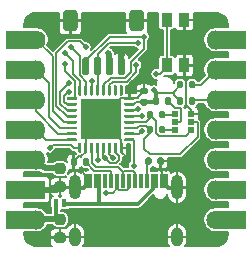
<source format=gbr>
G04 #@! TF.GenerationSoftware,KiCad,Pcbnew,5.1.9-73d0e3b20d~88~ubuntu16.04.1*
G04 #@! TF.CreationDate,2021-02-23T03:34:03+00:00*
G04 #@! TF.ProjectId,kuiic,6b756969-632e-46b6-9963-61645f706362,rev?*
G04 #@! TF.SameCoordinates,Original*
G04 #@! TF.FileFunction,Copper,L1,Top*
G04 #@! TF.FilePolarity,Positive*
%FSLAX46Y46*%
G04 Gerber Fmt 4.6, Leading zero omitted, Abs format (unit mm)*
G04 Created by KiCad (PCBNEW 5.1.9-73d0e3b20d~88~ubuntu16.04.1) date 2021-02-23 03:34:03*
%MOMM*%
%LPD*%
G01*
G04 APERTURE LIST*
G04 #@! TA.AperFunction,SMDPad,CuDef*
%ADD10R,0.400000X0.700000*%
G04 #@! TD*
G04 #@! TA.AperFunction,ComponentPad*
%ADD11R,2.540000X1.625600*%
G04 #@! TD*
G04 #@! TA.AperFunction,ComponentPad*
%ADD12C,1.625600*%
G04 #@! TD*
G04 #@! TA.AperFunction,ComponentPad*
%ADD13O,1.625600X1.625600*%
G04 #@! TD*
G04 #@! TA.AperFunction,ComponentPad*
%ADD14R,1.625600X1.625600*%
G04 #@! TD*
G04 #@! TA.AperFunction,SMDPad,CuDef*
%ADD15R,0.900000X1.250000*%
G04 #@! TD*
G04 #@! TA.AperFunction,SMDPad,CuDef*
%ADD16R,0.600000X0.500000*%
G04 #@! TD*
G04 #@! TA.AperFunction,SMDPad,CuDef*
%ADD17R,3.450000X3.450000*%
G04 #@! TD*
G04 #@! TA.AperFunction,ComponentPad*
%ADD18O,1.000000X2.100000*%
G04 #@! TD*
G04 #@! TA.AperFunction,ComponentPad*
%ADD19O,1.000000X1.600000*%
G04 #@! TD*
G04 #@! TA.AperFunction,SMDPad,CuDef*
%ADD20R,0.300000X1.150000*%
G04 #@! TD*
G04 #@! TA.AperFunction,ViaPad*
%ADD21C,0.508000*%
G04 #@! TD*
G04 #@! TA.AperFunction,Conductor*
%ADD22C,0.508000*%
G04 #@! TD*
G04 #@! TA.AperFunction,Conductor*
%ADD23C,0.152400*%
G04 #@! TD*
G04 #@! TA.AperFunction,Conductor*
%ADD24C,0.304800*%
G04 #@! TD*
G04 #@! TA.AperFunction,Conductor*
%ADD25C,0.254000*%
G04 #@! TD*
G04 #@! TA.AperFunction,Conductor*
%ADD26C,0.203200*%
G04 #@! TD*
G04 #@! TA.AperFunction,Conductor*
%ADD27C,0.100000*%
G04 #@! TD*
G04 APERTURE END LIST*
G04 #@! TO.P,R6,2*
G04 #@! TO.N,Net-(J3-PadA5)*
G04 #@! TA.AperFunction,SMDPad,CuDef*
G36*
G01*
X123328400Y-129928200D02*
X123328400Y-129558200D01*
G75*
G02*
X123463400Y-129423200I135000J0D01*
G01*
X123733400Y-129423200D01*
G75*
G02*
X123868400Y-129558200I0J-135000D01*
G01*
X123868400Y-129928200D01*
G75*
G02*
X123733400Y-130063200I-135000J0D01*
G01*
X123463400Y-130063200D01*
G75*
G02*
X123328400Y-129928200I0J135000D01*
G01*
G37*
G04 #@! TD.AperFunction*
G04 #@! TO.P,R6,1*
G04 #@! TO.N,GND*
G04 #@! TA.AperFunction,SMDPad,CuDef*
G36*
G01*
X122308400Y-129928200D02*
X122308400Y-129558200D01*
G75*
G02*
X122443400Y-129423200I135000J0D01*
G01*
X122713400Y-129423200D01*
G75*
G02*
X122848400Y-129558200I0J-135000D01*
G01*
X122848400Y-129928200D01*
G75*
G02*
X122713400Y-130063200I-135000J0D01*
G01*
X122443400Y-130063200D01*
G75*
G02*
X122308400Y-129928200I0J135000D01*
G01*
G37*
G04 #@! TD.AperFunction*
G04 #@! TD*
D10*
G04 #@! TO.P,D2,2*
G04 #@! TO.N,Net-(D2-Pad2)*
X121762000Y-133223000D03*
G04 #@! TO.P,D2,1*
G04 #@! TO.N,/+5V*
X121062000Y-133223000D03*
G04 #@! TD*
G04 #@! TO.P,R3,2*
G04 #@! TO.N,/PTA2*
G04 #@! TA.AperFunction,SMDPad,CuDef*
G36*
G01*
X129300000Y-125545000D02*
X129300000Y-125915000D01*
G75*
G02*
X129165000Y-126050000I-135000J0D01*
G01*
X128895000Y-126050000D01*
G75*
G02*
X128760000Y-125915000I0J135000D01*
G01*
X128760000Y-125545000D01*
G75*
G02*
X128895000Y-125410000I135000J0D01*
G01*
X129165000Y-125410000D01*
G75*
G02*
X129300000Y-125545000I0J-135000D01*
G01*
G37*
G04 #@! TD.AperFunction*
G04 #@! TO.P,R3,1*
G04 #@! TO.N,/G*
G04 #@! TA.AperFunction,SMDPad,CuDef*
G36*
G01*
X130320000Y-125545000D02*
X130320000Y-125915000D01*
G75*
G02*
X130185000Y-126050000I-135000J0D01*
G01*
X129915000Y-126050000D01*
G75*
G02*
X129780000Y-125915000I0J135000D01*
G01*
X129780000Y-125545000D01*
G75*
G02*
X129915000Y-125410000I135000J0D01*
G01*
X130185000Y-125410000D01*
G75*
G02*
X130320000Y-125545000I0J-135000D01*
G01*
G37*
G04 #@! TD.AperFunction*
G04 #@! TD*
G04 #@! TO.P,J1,1*
G04 #@! TO.N,GND*
G04 #@! TA.AperFunction,SMDPad,CuDef*
G36*
G01*
X126895000Y-121009000D02*
X126895000Y-122259000D01*
G75*
G02*
X126745000Y-122409000I-150000J0D01*
G01*
X126445000Y-122409000D01*
G75*
G02*
X126295000Y-122259000I0J150000D01*
G01*
X126295000Y-121009000D01*
G75*
G02*
X126445000Y-120859000I150000J0D01*
G01*
X126745000Y-120859000D01*
G75*
G02*
X126895000Y-121009000I0J-150000D01*
G01*
G37*
G04 #@! TD.AperFunction*
G04 #@! TO.P,J1,2*
G04 #@! TO.N,/3V3*
G04 #@! TA.AperFunction,SMDPad,CuDef*
G36*
G01*
X125895000Y-121009000D02*
X125895000Y-122259000D01*
G75*
G02*
X125745000Y-122409000I-150000J0D01*
G01*
X125445000Y-122409000D01*
G75*
G02*
X125295000Y-122259000I0J150000D01*
G01*
X125295000Y-121009000D01*
G75*
G02*
X125445000Y-120859000I150000J0D01*
G01*
X125745000Y-120859000D01*
G75*
G02*
X125895000Y-121009000I0J-150000D01*
G01*
G37*
G04 #@! TD.AperFunction*
G04 #@! TO.P,J1,3*
G04 #@! TO.N,/SDA*
G04 #@! TA.AperFunction,SMDPad,CuDef*
G36*
G01*
X124895000Y-121009000D02*
X124895000Y-122259000D01*
G75*
G02*
X124745000Y-122409000I-150000J0D01*
G01*
X124445000Y-122409000D01*
G75*
G02*
X124295000Y-122259000I0J150000D01*
G01*
X124295000Y-121009000D01*
G75*
G02*
X124445000Y-120859000I150000J0D01*
G01*
X124745000Y-120859000D01*
G75*
G02*
X124895000Y-121009000I0J-150000D01*
G01*
G37*
G04 #@! TD.AperFunction*
G04 #@! TO.P,J1,4*
G04 #@! TO.N,/SCL*
G04 #@! TA.AperFunction,SMDPad,CuDef*
G36*
G01*
X123895000Y-121009000D02*
X123895000Y-122259000D01*
G75*
G02*
X123745000Y-122409000I-150000J0D01*
G01*
X123445000Y-122409000D01*
G75*
G02*
X123295000Y-122259000I0J150000D01*
G01*
X123295000Y-121009000D01*
G75*
G02*
X123445000Y-120859000I150000J0D01*
G01*
X123745000Y-120859000D01*
G75*
G02*
X123895000Y-121009000I0J-150000D01*
G01*
G37*
G04 #@! TD.AperFunction*
G04 #@! TO.P,J1,MP*
G04 #@! TO.N,GND*
G04 #@! TA.AperFunction,SMDPad,CuDef*
G36*
G01*
X128495000Y-117108999D02*
X128495000Y-118409001D01*
G75*
G02*
X128245001Y-118659000I-249999J0D01*
G01*
X127544999Y-118659000D01*
G75*
G02*
X127295000Y-118409001I0J249999D01*
G01*
X127295000Y-117108999D01*
G75*
G02*
X127544999Y-116859000I249999J0D01*
G01*
X128245001Y-116859000D01*
G75*
G02*
X128495000Y-117108999I0J-249999D01*
G01*
G37*
G04 #@! TD.AperFunction*
G04 #@! TA.AperFunction,SMDPad,CuDef*
G36*
G01*
X122895000Y-117108999D02*
X122895000Y-118409001D01*
G75*
G02*
X122645001Y-118659000I-249999J0D01*
G01*
X121944999Y-118659000D01*
G75*
G02*
X121695000Y-118409001I0J249999D01*
G01*
X121695000Y-117108999D01*
G75*
G02*
X121944999Y-116859000I249999J0D01*
G01*
X122645001Y-116859000D01*
G75*
G02*
X122895000Y-117108999I0J-249999D01*
G01*
G37*
G04 #@! TD.AperFunction*
G04 #@! TD*
D11*
G04 #@! TO.P,J5,4*
G04 #@! TO.N,/C3*
X135890000Y-127000000D03*
G04 #@! TO.P,J5,7*
G04 #@! TO.N,/TX*
X135890000Y-119380000D03*
G04 #@! TO.P,J5,3*
G04 #@! TO.N,/C2*
X135890000Y-129540000D03*
G04 #@! TO.P,J5,1*
G04 #@! TO.N,/AN*
X135890000Y-134620000D03*
G04 #@! TO.P,J5,5*
G04 #@! TO.N,/SDA*
X135890000Y-124460000D03*
G04 #@! TO.P,J5,2*
G04 #@! TO.N,/C1*
X135890000Y-132080000D03*
G04 #@! TO.P,J5,6*
G04 #@! TO.N,/SCL*
X135890000Y-121920000D03*
D12*
G04 #@! TO.P,J5,1*
G04 #@! TO.N,/AN*
X134620000Y-134620000D03*
D13*
G04 #@! TO.P,J5,2*
G04 #@! TO.N,/C1*
X134620000Y-132080000D03*
G04 #@! TO.P,J5,3*
G04 #@! TO.N,/C2*
X134620000Y-129540000D03*
G04 #@! TO.P,J5,4*
G04 #@! TO.N,/C3*
X134620000Y-127000000D03*
G04 #@! TO.P,J5,5*
G04 #@! TO.N,/SDA*
X134620000Y-124460000D03*
G04 #@! TO.P,J5,6*
G04 #@! TO.N,/SCL*
X134620000Y-121920000D03*
G04 #@! TO.P,J5,7*
G04 #@! TO.N,/TX*
X134620000Y-119380000D03*
G04 #@! TD*
D11*
G04 #@! TO.P,J4,4*
G04 #@! TO.N,/FX7*
X118110000Y-127000000D03*
G04 #@! TO.P,J4,7*
G04 #@! TO.N,/+5V*
X118110000Y-134620000D03*
G04 #@! TO.P,J4,3*
G04 #@! TO.N,/FX6*
X118110000Y-124460000D03*
G04 #@! TO.P,J4,1*
G04 #@! TO.N,/FX4*
X118110000Y-119380000D03*
G04 #@! TO.P,J4,5*
G04 #@! TO.N,/3V3*
X118110000Y-129540000D03*
G04 #@! TO.P,J4,2*
G04 #@! TO.N,/FX5*
X118110000Y-121920000D03*
G04 #@! TO.P,J4,6*
G04 #@! TO.N,GND*
X118110000Y-132080000D03*
D12*
G04 #@! TO.P,J4,1*
G04 #@! TO.N,/FX4*
X119380000Y-119380000D03*
D13*
G04 #@! TO.P,J4,2*
G04 #@! TO.N,/FX5*
X119380000Y-121920000D03*
G04 #@! TO.P,J4,3*
G04 #@! TO.N,/FX6*
X119380000Y-124460000D03*
G04 #@! TO.P,J4,4*
G04 #@! TO.N,/FX7*
X119380000Y-127000000D03*
G04 #@! TO.P,J4,5*
G04 #@! TO.N,/3V3*
X119380000Y-129540000D03*
D14*
G04 #@! TO.P,J4,6*
G04 #@! TO.N,GND*
X119380000Y-132080000D03*
D13*
G04 #@! TO.P,J4,7*
G04 #@! TO.N,/+5V*
X119380000Y-134620000D03*
G04 #@! TD*
D15*
G04 #@! TO.P,SW1,1*
G04 #@! TO.N,GND*
X131941000Y-117709000D03*
G04 #@! TO.P,SW1,2*
G04 #@! TO.N,/RST#*
X130441000Y-117709000D03*
G04 #@! TO.P,SW1,1*
G04 #@! TO.N,GND*
X131941000Y-121559000D03*
G04 #@! TO.P,SW1,2*
G04 #@! TO.N,/RST#*
X130441000Y-121559000D03*
G04 #@! TD*
D16*
G04 #@! TO.P,D1,GK*
G04 #@! TO.N,GND*
X132526000Y-125665000D03*
G04 #@! TO.P,D1,GA*
G04 #@! TO.N,/G*
X131126000Y-125665000D03*
G04 #@! TO.P,D1,RK*
G04 #@! TO.N,/PTA1*
X132526000Y-126365000D03*
G04 #@! TO.P,D1,RA*
G04 #@! TO.N,/R*
X131126000Y-126365000D03*
G04 #@! TO.P,D1,BK*
G04 #@! TO.N,/PTA2*
X132526000Y-127065000D03*
G04 #@! TO.P,D1,BA*
G04 #@! TO.N,/B*
X131126000Y-127065000D03*
G04 #@! TD*
D17*
G04 #@! TO.P,U1,33*
G04 #@! TO.N,GND*
X124841000Y-126111000D03*
G04 #@! TO.P,U1,32*
G04 #@! TO.N,/FX7*
G04 #@! TA.AperFunction,SMDPad,CuDef*
G36*
G01*
X122778500Y-127986000D02*
X122028500Y-127986000D01*
G75*
G02*
X121966000Y-127923500I0J62500D01*
G01*
X121966000Y-127798500D01*
G75*
G02*
X122028500Y-127736000I62500J0D01*
G01*
X122778500Y-127736000D01*
G75*
G02*
X122841000Y-127798500I0J-62500D01*
G01*
X122841000Y-127923500D01*
G75*
G02*
X122778500Y-127986000I-62500J0D01*
G01*
G37*
G04 #@! TD.AperFunction*
G04 #@! TO.P,U1,31*
G04 #@! TO.N,/FX6*
G04 #@! TA.AperFunction,SMDPad,CuDef*
G36*
G01*
X122778500Y-127486000D02*
X122028500Y-127486000D01*
G75*
G02*
X121966000Y-127423500I0J62500D01*
G01*
X121966000Y-127298500D01*
G75*
G02*
X122028500Y-127236000I62500J0D01*
G01*
X122778500Y-127236000D01*
G75*
G02*
X122841000Y-127298500I0J-62500D01*
G01*
X122841000Y-127423500D01*
G75*
G02*
X122778500Y-127486000I-62500J0D01*
G01*
G37*
G04 #@! TD.AperFunction*
G04 #@! TO.P,U1,30*
G04 #@! TO.N,/FX5*
G04 #@! TA.AperFunction,SMDPad,CuDef*
G36*
G01*
X122778500Y-126986000D02*
X122028500Y-126986000D01*
G75*
G02*
X121966000Y-126923500I0J62500D01*
G01*
X121966000Y-126798500D01*
G75*
G02*
X122028500Y-126736000I62500J0D01*
G01*
X122778500Y-126736000D01*
G75*
G02*
X122841000Y-126798500I0J-62500D01*
G01*
X122841000Y-126923500D01*
G75*
G02*
X122778500Y-126986000I-62500J0D01*
G01*
G37*
G04 #@! TD.AperFunction*
G04 #@! TO.P,U1,29*
G04 #@! TO.N,/FX4*
G04 #@! TA.AperFunction,SMDPad,CuDef*
G36*
G01*
X122778500Y-126486000D02*
X122028500Y-126486000D01*
G75*
G02*
X121966000Y-126423500I0J62500D01*
G01*
X121966000Y-126298500D01*
G75*
G02*
X122028500Y-126236000I62500J0D01*
G01*
X122778500Y-126236000D01*
G75*
G02*
X122841000Y-126298500I0J-62500D01*
G01*
X122841000Y-126423500D01*
G75*
G02*
X122778500Y-126486000I-62500J0D01*
G01*
G37*
G04 #@! TD.AperFunction*
G04 #@! TO.P,U1,28*
G04 #@! TO.N,/MISO*
G04 #@! TA.AperFunction,SMDPad,CuDef*
G36*
G01*
X122778500Y-125986000D02*
X122028500Y-125986000D01*
G75*
G02*
X121966000Y-125923500I0J62500D01*
G01*
X121966000Y-125798500D01*
G75*
G02*
X122028500Y-125736000I62500J0D01*
G01*
X122778500Y-125736000D01*
G75*
G02*
X122841000Y-125798500I0J-62500D01*
G01*
X122841000Y-125923500D01*
G75*
G02*
X122778500Y-125986000I-62500J0D01*
G01*
G37*
G04 #@! TD.AperFunction*
G04 #@! TO.P,U1,27*
G04 #@! TO.N,/MOSI*
G04 #@! TA.AperFunction,SMDPad,CuDef*
G36*
G01*
X122778500Y-125486000D02*
X122028500Y-125486000D01*
G75*
G02*
X121966000Y-125423500I0J62500D01*
G01*
X121966000Y-125298500D01*
G75*
G02*
X122028500Y-125236000I62500J0D01*
G01*
X122778500Y-125236000D01*
G75*
G02*
X122841000Y-125298500I0J-62500D01*
G01*
X122841000Y-125423500D01*
G75*
G02*
X122778500Y-125486000I-62500J0D01*
G01*
G37*
G04 #@! TD.AperFunction*
G04 #@! TO.P,U1,26*
G04 #@! TO.N,/SCK*
G04 #@! TA.AperFunction,SMDPad,CuDef*
G36*
G01*
X122778500Y-124986000D02*
X122028500Y-124986000D01*
G75*
G02*
X121966000Y-124923500I0J62500D01*
G01*
X121966000Y-124798500D01*
G75*
G02*
X122028500Y-124736000I62500J0D01*
G01*
X122778500Y-124736000D01*
G75*
G02*
X122841000Y-124798500I0J-62500D01*
G01*
X122841000Y-124923500D01*
G75*
G02*
X122778500Y-124986000I-62500J0D01*
G01*
G37*
G04 #@! TD.AperFunction*
G04 #@! TO.P,U1,25*
G04 #@! TO.N,/CS#*
G04 #@! TA.AperFunction,SMDPad,CuDef*
G36*
G01*
X122778500Y-124486000D02*
X122028500Y-124486000D01*
G75*
G02*
X121966000Y-124423500I0J62500D01*
G01*
X121966000Y-124298500D01*
G75*
G02*
X122028500Y-124236000I62500J0D01*
G01*
X122778500Y-124236000D01*
G75*
G02*
X122841000Y-124298500I0J-62500D01*
G01*
X122841000Y-124423500D01*
G75*
G02*
X122778500Y-124486000I-62500J0D01*
G01*
G37*
G04 #@! TD.AperFunction*
G04 #@! TO.P,U1,24*
G04 #@! TO.N,/C3*
G04 #@! TA.AperFunction,SMDPad,CuDef*
G36*
G01*
X123153500Y-124111000D02*
X123028500Y-124111000D01*
G75*
G02*
X122966000Y-124048500I0J62500D01*
G01*
X122966000Y-123298500D01*
G75*
G02*
X123028500Y-123236000I62500J0D01*
G01*
X123153500Y-123236000D01*
G75*
G02*
X123216000Y-123298500I0J-62500D01*
G01*
X123216000Y-124048500D01*
G75*
G02*
X123153500Y-124111000I-62500J0D01*
G01*
G37*
G04 #@! TD.AperFunction*
G04 #@! TO.P,U1,23*
G04 #@! TO.N,/C2*
G04 #@! TA.AperFunction,SMDPad,CuDef*
G36*
G01*
X123653500Y-124111000D02*
X123528500Y-124111000D01*
G75*
G02*
X123466000Y-124048500I0J62500D01*
G01*
X123466000Y-123298500D01*
G75*
G02*
X123528500Y-123236000I62500J0D01*
G01*
X123653500Y-123236000D01*
G75*
G02*
X123716000Y-123298500I0J-62500D01*
G01*
X123716000Y-124048500D01*
G75*
G02*
X123653500Y-124111000I-62500J0D01*
G01*
G37*
G04 #@! TD.AperFunction*
G04 #@! TO.P,U1,22*
G04 #@! TO.N,/C1*
G04 #@! TA.AperFunction,SMDPad,CuDef*
G36*
G01*
X124153500Y-124111000D02*
X124028500Y-124111000D01*
G75*
G02*
X123966000Y-124048500I0J62500D01*
G01*
X123966000Y-123298500D01*
G75*
G02*
X124028500Y-123236000I62500J0D01*
G01*
X124153500Y-123236000D01*
G75*
G02*
X124216000Y-123298500I0J-62500D01*
G01*
X124216000Y-124048500D01*
G75*
G02*
X124153500Y-124111000I-62500J0D01*
G01*
G37*
G04 #@! TD.AperFunction*
G04 #@! TO.P,U1,21*
G04 #@! TO.N,/SDA*
G04 #@! TA.AperFunction,SMDPad,CuDef*
G36*
G01*
X124653500Y-124111000D02*
X124528500Y-124111000D01*
G75*
G02*
X124466000Y-124048500I0J62500D01*
G01*
X124466000Y-123298500D01*
G75*
G02*
X124528500Y-123236000I62500J0D01*
G01*
X124653500Y-123236000D01*
G75*
G02*
X124716000Y-123298500I0J-62500D01*
G01*
X124716000Y-124048500D01*
G75*
G02*
X124653500Y-124111000I-62500J0D01*
G01*
G37*
G04 #@! TD.AperFunction*
G04 #@! TO.P,U1,20*
G04 #@! TO.N,/SCL*
G04 #@! TA.AperFunction,SMDPad,CuDef*
G36*
G01*
X125153500Y-124111000D02*
X125028500Y-124111000D01*
G75*
G02*
X124966000Y-124048500I0J62500D01*
G01*
X124966000Y-123298500D01*
G75*
G02*
X125028500Y-123236000I62500J0D01*
G01*
X125153500Y-123236000D01*
G75*
G02*
X125216000Y-123298500I0J-62500D01*
G01*
X125216000Y-124048500D01*
G75*
G02*
X125153500Y-124111000I-62500J0D01*
G01*
G37*
G04 #@! TD.AperFunction*
G04 #@! TO.P,U1,19*
G04 #@! TO.N,/RST#*
G04 #@! TA.AperFunction,SMDPad,CuDef*
G36*
G01*
X125653500Y-124111000D02*
X125528500Y-124111000D01*
G75*
G02*
X125466000Y-124048500I0J62500D01*
G01*
X125466000Y-123298500D01*
G75*
G02*
X125528500Y-123236000I62500J0D01*
G01*
X125653500Y-123236000D01*
G75*
G02*
X125716000Y-123298500I0J-62500D01*
G01*
X125716000Y-124048500D01*
G75*
G02*
X125653500Y-124111000I-62500J0D01*
G01*
G37*
G04 #@! TD.AperFunction*
G04 #@! TO.P,U1,18*
G04 #@! TO.N,Net-(U1-Pad18)*
G04 #@! TA.AperFunction,SMDPad,CuDef*
G36*
G01*
X126153500Y-124111000D02*
X126028500Y-124111000D01*
G75*
G02*
X125966000Y-124048500I0J62500D01*
G01*
X125966000Y-123298500D01*
G75*
G02*
X126028500Y-123236000I62500J0D01*
G01*
X126153500Y-123236000D01*
G75*
G02*
X126216000Y-123298500I0J-62500D01*
G01*
X126216000Y-124048500D01*
G75*
G02*
X126153500Y-124111000I-62500J0D01*
G01*
G37*
G04 #@! TD.AperFunction*
G04 #@! TO.P,U1,17*
G04 #@! TO.N,Net-(U1-Pad17)*
G04 #@! TA.AperFunction,SMDPad,CuDef*
G36*
G01*
X126653500Y-124111000D02*
X126528500Y-124111000D01*
G75*
G02*
X126466000Y-124048500I0J62500D01*
G01*
X126466000Y-123298500D01*
G75*
G02*
X126528500Y-123236000I62500J0D01*
G01*
X126653500Y-123236000D01*
G75*
G02*
X126716000Y-123298500I0J-62500D01*
G01*
X126716000Y-124048500D01*
G75*
G02*
X126653500Y-124111000I-62500J0D01*
G01*
G37*
G04 #@! TD.AperFunction*
G04 #@! TO.P,U1,16*
G04 #@! TO.N,GND*
G04 #@! TA.AperFunction,SMDPad,CuDef*
G36*
G01*
X127653500Y-124486000D02*
X126903500Y-124486000D01*
G75*
G02*
X126841000Y-124423500I0J62500D01*
G01*
X126841000Y-124298500D01*
G75*
G02*
X126903500Y-124236000I62500J0D01*
G01*
X127653500Y-124236000D01*
G75*
G02*
X127716000Y-124298500I0J-62500D01*
G01*
X127716000Y-124423500D01*
G75*
G02*
X127653500Y-124486000I-62500J0D01*
G01*
G37*
G04 #@! TD.AperFunction*
G04 #@! TO.P,U1,15*
G04 #@! TO.N,/3V3*
G04 #@! TA.AperFunction,SMDPad,CuDef*
G36*
G01*
X127653500Y-124986000D02*
X126903500Y-124986000D01*
G75*
G02*
X126841000Y-124923500I0J62500D01*
G01*
X126841000Y-124798500D01*
G75*
G02*
X126903500Y-124736000I62500J0D01*
G01*
X127653500Y-124736000D01*
G75*
G02*
X127716000Y-124798500I0J-62500D01*
G01*
X127716000Y-124923500D01*
G75*
G02*
X127653500Y-124986000I-62500J0D01*
G01*
G37*
G04 #@! TD.AperFunction*
G04 #@! TO.P,U1,14*
G04 #@! TO.N,/NMI#*
G04 #@! TA.AperFunction,SMDPad,CuDef*
G36*
G01*
X127653500Y-125486000D02*
X126903500Y-125486000D01*
G75*
G02*
X126841000Y-125423500I0J62500D01*
G01*
X126841000Y-125298500D01*
G75*
G02*
X126903500Y-125236000I62500J0D01*
G01*
X127653500Y-125236000D01*
G75*
G02*
X127716000Y-125298500I0J-62500D01*
G01*
X127716000Y-125423500D01*
G75*
G02*
X127653500Y-125486000I-62500J0D01*
G01*
G37*
G04 #@! TD.AperFunction*
G04 #@! TO.P,U1,13*
G04 #@! TO.N,/SWD*
G04 #@! TA.AperFunction,SMDPad,CuDef*
G36*
G01*
X127653500Y-125986000D02*
X126903500Y-125986000D01*
G75*
G02*
X126841000Y-125923500I0J62500D01*
G01*
X126841000Y-125798500D01*
G75*
G02*
X126903500Y-125736000I62500J0D01*
G01*
X127653500Y-125736000D01*
G75*
G02*
X127716000Y-125798500I0J-62500D01*
G01*
X127716000Y-125923500D01*
G75*
G02*
X127653500Y-125986000I-62500J0D01*
G01*
G37*
G04 #@! TD.AperFunction*
G04 #@! TO.P,U1,12*
G04 #@! TO.N,/PTA2*
G04 #@! TA.AperFunction,SMDPad,CuDef*
G36*
G01*
X127653500Y-126486000D02*
X126903500Y-126486000D01*
G75*
G02*
X126841000Y-126423500I0J62500D01*
G01*
X126841000Y-126298500D01*
G75*
G02*
X126903500Y-126236000I62500J0D01*
G01*
X127653500Y-126236000D01*
G75*
G02*
X127716000Y-126298500I0J-62500D01*
G01*
X127716000Y-126423500D01*
G75*
G02*
X127653500Y-126486000I-62500J0D01*
G01*
G37*
G04 #@! TD.AperFunction*
G04 #@! TO.P,U1,11*
G04 #@! TO.N,/PTA1*
G04 #@! TA.AperFunction,SMDPad,CuDef*
G36*
G01*
X127653500Y-126986000D02*
X126903500Y-126986000D01*
G75*
G02*
X126841000Y-126923500I0J62500D01*
G01*
X126841000Y-126798500D01*
G75*
G02*
X126903500Y-126736000I62500J0D01*
G01*
X127653500Y-126736000D01*
G75*
G02*
X127716000Y-126798500I0J-62500D01*
G01*
X127716000Y-126923500D01*
G75*
G02*
X127653500Y-126986000I-62500J0D01*
G01*
G37*
G04 #@! TD.AperFunction*
G04 #@! TO.P,U1,10*
G04 #@! TO.N,/SWC*
G04 #@! TA.AperFunction,SMDPad,CuDef*
G36*
G01*
X127653500Y-127486000D02*
X126903500Y-127486000D01*
G75*
G02*
X126841000Y-127423500I0J62500D01*
G01*
X126841000Y-127298500D01*
G75*
G02*
X126903500Y-127236000I62500J0D01*
G01*
X127653500Y-127236000D01*
G75*
G02*
X127716000Y-127298500I0J-62500D01*
G01*
X127716000Y-127423500D01*
G75*
G02*
X127653500Y-127486000I-62500J0D01*
G01*
G37*
G04 #@! TD.AperFunction*
G04 #@! TO.P,U1,9*
G04 #@! TO.N,/AN*
G04 #@! TA.AperFunction,SMDPad,CuDef*
G36*
G01*
X127653500Y-127986000D02*
X126903500Y-127986000D01*
G75*
G02*
X126841000Y-127923500I0J62500D01*
G01*
X126841000Y-127798500D01*
G75*
G02*
X126903500Y-127736000I62500J0D01*
G01*
X127653500Y-127736000D01*
G75*
G02*
X127716000Y-127798500I0J-62500D01*
G01*
X127716000Y-127923500D01*
G75*
G02*
X127653500Y-127986000I-62500J0D01*
G01*
G37*
G04 #@! TD.AperFunction*
G04 #@! TO.P,U1,8*
G04 #@! TO.N,GND*
G04 #@! TA.AperFunction,SMDPad,CuDef*
G36*
G01*
X126653500Y-128986000D02*
X126528500Y-128986000D01*
G75*
G02*
X126466000Y-128923500I0J62500D01*
G01*
X126466000Y-128173500D01*
G75*
G02*
X126528500Y-128111000I62500J0D01*
G01*
X126653500Y-128111000D01*
G75*
G02*
X126716000Y-128173500I0J-62500D01*
G01*
X126716000Y-128923500D01*
G75*
G02*
X126653500Y-128986000I-62500J0D01*
G01*
G37*
G04 #@! TD.AperFunction*
G04 #@! TO.P,U1,7*
G04 #@! TO.N,/3V3*
G04 #@! TA.AperFunction,SMDPad,CuDef*
G36*
G01*
X126153500Y-128986000D02*
X126028500Y-128986000D01*
G75*
G02*
X125966000Y-128923500I0J62500D01*
G01*
X125966000Y-128173500D01*
G75*
G02*
X126028500Y-128111000I62500J0D01*
G01*
X126153500Y-128111000D01*
G75*
G02*
X126216000Y-128173500I0J-62500D01*
G01*
X126216000Y-128923500D01*
G75*
G02*
X126153500Y-128986000I-62500J0D01*
G01*
G37*
G04 #@! TD.AperFunction*
G04 #@! TO.P,U1,6*
G04 #@! TO.N,/+5V*
G04 #@! TA.AperFunction,SMDPad,CuDef*
G36*
G01*
X125653500Y-128986000D02*
X125528500Y-128986000D01*
G75*
G02*
X125466000Y-128923500I0J62500D01*
G01*
X125466000Y-128173500D01*
G75*
G02*
X125528500Y-128111000I62500J0D01*
G01*
X125653500Y-128111000D01*
G75*
G02*
X125716000Y-128173500I0J-62500D01*
G01*
X125716000Y-128923500D01*
G75*
G02*
X125653500Y-128986000I-62500J0D01*
G01*
G37*
G04 #@! TD.AperFunction*
G04 #@! TO.P,U1,5*
G04 #@! TO.N,/3V3*
G04 #@! TA.AperFunction,SMDPad,CuDef*
G36*
G01*
X125153500Y-128986000D02*
X125028500Y-128986000D01*
G75*
G02*
X124966000Y-128923500I0J62500D01*
G01*
X124966000Y-128173500D01*
G75*
G02*
X125028500Y-128111000I62500J0D01*
G01*
X125153500Y-128111000D01*
G75*
G02*
X125216000Y-128173500I0J-62500D01*
G01*
X125216000Y-128923500D01*
G75*
G02*
X125153500Y-128986000I-62500J0D01*
G01*
G37*
G04 #@! TD.AperFunction*
G04 #@! TO.P,U1,4*
G04 #@! TO.N,/D-*
G04 #@! TA.AperFunction,SMDPad,CuDef*
G36*
G01*
X124653500Y-128986000D02*
X124528500Y-128986000D01*
G75*
G02*
X124466000Y-128923500I0J62500D01*
G01*
X124466000Y-128173500D01*
G75*
G02*
X124528500Y-128111000I62500J0D01*
G01*
X124653500Y-128111000D01*
G75*
G02*
X124716000Y-128173500I0J-62500D01*
G01*
X124716000Y-128923500D01*
G75*
G02*
X124653500Y-128986000I-62500J0D01*
G01*
G37*
G04 #@! TD.AperFunction*
G04 #@! TO.P,U1,3*
G04 #@! TO.N,/D+*
G04 #@! TA.AperFunction,SMDPad,CuDef*
G36*
G01*
X124153500Y-128986000D02*
X124028500Y-128986000D01*
G75*
G02*
X123966000Y-128923500I0J62500D01*
G01*
X123966000Y-128173500D01*
G75*
G02*
X124028500Y-128111000I62500J0D01*
G01*
X124153500Y-128111000D01*
G75*
G02*
X124216000Y-128173500I0J-62500D01*
G01*
X124216000Y-128923500D01*
G75*
G02*
X124153500Y-128986000I-62500J0D01*
G01*
G37*
G04 #@! TD.AperFunction*
G04 #@! TO.P,U1,2*
G04 #@! TO.N,GND*
G04 #@! TA.AperFunction,SMDPad,CuDef*
G36*
G01*
X123653500Y-128986000D02*
X123528500Y-128986000D01*
G75*
G02*
X123466000Y-128923500I0J62500D01*
G01*
X123466000Y-128173500D01*
G75*
G02*
X123528500Y-128111000I62500J0D01*
G01*
X123653500Y-128111000D01*
G75*
G02*
X123716000Y-128173500I0J-62500D01*
G01*
X123716000Y-128923500D01*
G75*
G02*
X123653500Y-128986000I-62500J0D01*
G01*
G37*
G04 #@! TD.AperFunction*
G04 #@! TO.P,U1,1*
G04 #@! TO.N,/TX*
G04 #@! TA.AperFunction,SMDPad,CuDef*
G36*
G01*
X123153500Y-128986000D02*
X123028500Y-128986000D01*
G75*
G02*
X122966000Y-128923500I0J62500D01*
G01*
X122966000Y-128173500D01*
G75*
G02*
X123028500Y-128111000I62500J0D01*
G01*
X123153500Y-128111000D01*
G75*
G02*
X123216000Y-128173500I0J-62500D01*
G01*
X123216000Y-128923500D01*
G75*
G02*
X123153500Y-128986000I-62500J0D01*
G01*
G37*
G04 #@! TD.AperFunction*
G04 #@! TD*
G04 #@! TO.P,R7,2*
G04 #@! TO.N,Net-(J3-PadB5)*
G04 #@! TA.AperFunction,SMDPad,CuDef*
G36*
G01*
X129173000Y-129482000D02*
X129173000Y-129852000D01*
G75*
G02*
X129038000Y-129987000I-135000J0D01*
G01*
X128768000Y-129987000D01*
G75*
G02*
X128633000Y-129852000I0J135000D01*
G01*
X128633000Y-129482000D01*
G75*
G02*
X128768000Y-129347000I135000J0D01*
G01*
X129038000Y-129347000D01*
G75*
G02*
X129173000Y-129482000I0J-135000D01*
G01*
G37*
G04 #@! TD.AperFunction*
G04 #@! TO.P,R7,1*
G04 #@! TO.N,GND*
G04 #@! TA.AperFunction,SMDPad,CuDef*
G36*
G01*
X130193000Y-129482000D02*
X130193000Y-129852000D01*
G75*
G02*
X130058000Y-129987000I-135000J0D01*
G01*
X129788000Y-129987000D01*
G75*
G02*
X129653000Y-129852000I0J135000D01*
G01*
X129653000Y-129482000D01*
G75*
G02*
X129788000Y-129347000I135000J0D01*
G01*
X130058000Y-129347000D01*
G75*
G02*
X130193000Y-129482000I0J-135000D01*
G01*
G37*
G04 #@! TD.AperFunction*
G04 #@! TD*
G04 #@! TO.P,R5,2*
G04 #@! TO.N,/3V3*
G04 #@! TA.AperFunction,SMDPad,CuDef*
G36*
G01*
X131840000Y-124402000D02*
X131840000Y-124772000D01*
G75*
G02*
X131705000Y-124907000I-135000J0D01*
G01*
X131435000Y-124907000D01*
G75*
G02*
X131300000Y-124772000I0J135000D01*
G01*
X131300000Y-124402000D01*
G75*
G02*
X131435000Y-124267000I135000J0D01*
G01*
X131705000Y-124267000D01*
G75*
G02*
X131840000Y-124402000I0J-135000D01*
G01*
G37*
G04 #@! TD.AperFunction*
G04 #@! TO.P,R5,1*
G04 #@! TO.N,/SDA*
G04 #@! TA.AperFunction,SMDPad,CuDef*
G36*
G01*
X132860000Y-124402000D02*
X132860000Y-124772000D01*
G75*
G02*
X132725000Y-124907000I-135000J0D01*
G01*
X132455000Y-124907000D01*
G75*
G02*
X132320000Y-124772000I0J135000D01*
G01*
X132320000Y-124402000D01*
G75*
G02*
X132455000Y-124267000I135000J0D01*
G01*
X132725000Y-124267000D01*
G75*
G02*
X132860000Y-124402000I0J-135000D01*
G01*
G37*
G04 #@! TD.AperFunction*
G04 #@! TD*
G04 #@! TO.P,R4,2*
G04 #@! TO.N,/3V3*
G04 #@! TA.AperFunction,SMDPad,CuDef*
G36*
G01*
X131840000Y-123005000D02*
X131840000Y-123375000D01*
G75*
G02*
X131705000Y-123510000I-135000J0D01*
G01*
X131435000Y-123510000D01*
G75*
G02*
X131300000Y-123375000I0J135000D01*
G01*
X131300000Y-123005000D01*
G75*
G02*
X131435000Y-122870000I135000J0D01*
G01*
X131705000Y-122870000D01*
G75*
G02*
X131840000Y-123005000I0J-135000D01*
G01*
G37*
G04 #@! TD.AperFunction*
G04 #@! TO.P,R4,1*
G04 #@! TO.N,/SCL*
G04 #@! TA.AperFunction,SMDPad,CuDef*
G36*
G01*
X132860000Y-123005000D02*
X132860000Y-123375000D01*
G75*
G02*
X132725000Y-123510000I-135000J0D01*
G01*
X132455000Y-123510000D01*
G75*
G02*
X132320000Y-123375000I0J135000D01*
G01*
X132320000Y-123005000D01*
G75*
G02*
X132455000Y-122870000I135000J0D01*
G01*
X132725000Y-122870000D01*
G75*
G02*
X132860000Y-123005000I0J-135000D01*
G01*
G37*
G04 #@! TD.AperFunction*
G04 #@! TD*
G04 #@! TO.P,R2,2*
G04 #@! TO.N,/3V3*
G04 #@! TA.AperFunction,SMDPad,CuDef*
G36*
G01*
X129808000Y-124402000D02*
X129808000Y-124772000D01*
G75*
G02*
X129673000Y-124907000I-135000J0D01*
G01*
X129403000Y-124907000D01*
G75*
G02*
X129268000Y-124772000I0J135000D01*
G01*
X129268000Y-124402000D01*
G75*
G02*
X129403000Y-124267000I135000J0D01*
G01*
X129673000Y-124267000D01*
G75*
G02*
X129808000Y-124402000I0J-135000D01*
G01*
G37*
G04 #@! TD.AperFunction*
G04 #@! TO.P,R2,1*
G04 #@! TO.N,/R*
G04 #@! TA.AperFunction,SMDPad,CuDef*
G36*
G01*
X130828000Y-124402000D02*
X130828000Y-124772000D01*
G75*
G02*
X130693000Y-124907000I-135000J0D01*
G01*
X130423000Y-124907000D01*
G75*
G02*
X130288000Y-124772000I0J135000D01*
G01*
X130288000Y-124402000D01*
G75*
G02*
X130423000Y-124267000I135000J0D01*
G01*
X130693000Y-124267000D01*
G75*
G02*
X130828000Y-124402000I0J-135000D01*
G01*
G37*
G04 #@! TD.AperFunction*
G04 #@! TD*
G04 #@! TO.P,R1,2*
G04 #@! TO.N,/PTA1*
G04 #@! TA.AperFunction,SMDPad,CuDef*
G36*
G01*
X129300000Y-126815000D02*
X129300000Y-127185000D01*
G75*
G02*
X129165000Y-127320000I-135000J0D01*
G01*
X128895000Y-127320000D01*
G75*
G02*
X128760000Y-127185000I0J135000D01*
G01*
X128760000Y-126815000D01*
G75*
G02*
X128895000Y-126680000I135000J0D01*
G01*
X129165000Y-126680000D01*
G75*
G02*
X129300000Y-126815000I0J-135000D01*
G01*
G37*
G04 #@! TD.AperFunction*
G04 #@! TO.P,R1,1*
G04 #@! TO.N,/B*
G04 #@! TA.AperFunction,SMDPad,CuDef*
G36*
G01*
X130320000Y-126815000D02*
X130320000Y-127185000D01*
G75*
G02*
X130185000Y-127320000I-135000J0D01*
G01*
X129915000Y-127320000D01*
G75*
G02*
X129780000Y-127185000I0J135000D01*
G01*
X129780000Y-126815000D01*
G75*
G02*
X129915000Y-126680000I135000J0D01*
G01*
X130185000Y-126680000D01*
G75*
G02*
X130320000Y-126815000I0J-135000D01*
G01*
G37*
G04 #@! TD.AperFunction*
G04 #@! TD*
D18*
G04 #@! TO.P,J3,S1*
G04 #@! TO.N,GND*
X122680000Y-131896000D03*
X131320000Y-131896000D03*
D19*
X122680000Y-136076000D03*
X131320000Y-136076000D03*
D20*
G04 #@! TO.P,J3,B1*
X130050000Y-131331000D03*
G04 #@! TO.P,J3,B4*
G04 #@! TO.N,Net-(D2-Pad2)*
X129250000Y-131331000D03*
G04 #@! TO.P,J3,B5*
G04 #@! TO.N,Net-(J3-PadB5)*
X128750000Y-131331000D03*
G04 #@! TO.P,J3,A8*
G04 #@! TO.N,Net-(J3-PadA8)*
X128250000Y-131331000D03*
G04 #@! TO.P,J3,B6*
G04 #@! TO.N,/D+*
X127750000Y-131331000D03*
G04 #@! TO.P,J3,A7*
G04 #@! TO.N,/D-*
X127250000Y-131331000D03*
G04 #@! TO.P,J3,A6*
G04 #@! TO.N,/D+*
X126750000Y-131331000D03*
G04 #@! TO.P,J3,B7*
G04 #@! TO.N,/D-*
X126250000Y-131331000D03*
G04 #@! TO.P,J3,A5*
G04 #@! TO.N,Net-(J3-PadA5)*
X125750000Y-131331000D03*
G04 #@! TO.P,J3,B8*
G04 #@! TO.N,Net-(J3-PadB8)*
X125250000Y-131331000D03*
G04 #@! TO.P,J3,A4*
G04 #@! TO.N,Net-(D2-Pad2)*
X124450000Y-131331000D03*
G04 #@! TO.P,J3,A1*
G04 #@! TO.N,GND*
X123650000Y-131331000D03*
G04 #@! TO.P,J3,B12*
X123950000Y-131331000D03*
G04 #@! TO.P,J3,B9*
G04 #@! TO.N,Net-(D2-Pad2)*
X124750000Y-131331000D03*
G04 #@! TO.P,J3,A9*
X129550000Y-131331000D03*
G04 #@! TO.P,J3,A12*
G04 #@! TO.N,GND*
X130350000Y-131331000D03*
G04 #@! TD*
G04 #@! TO.P,C3,2*
G04 #@! TO.N,/+5V*
G04 #@! TA.AperFunction,SMDPad,CuDef*
G36*
G01*
X121662000Y-135057000D02*
X121162000Y-135057000D01*
G75*
G02*
X120937000Y-134832000I0J225000D01*
G01*
X120937000Y-134382000D01*
G75*
G02*
X121162000Y-134157000I225000J0D01*
G01*
X121662000Y-134157000D01*
G75*
G02*
X121887000Y-134382000I0J-225000D01*
G01*
X121887000Y-134832000D01*
G75*
G02*
X121662000Y-135057000I-225000J0D01*
G01*
G37*
G04 #@! TD.AperFunction*
G04 #@! TO.P,C3,1*
G04 #@! TO.N,GND*
G04 #@! TA.AperFunction,SMDPad,CuDef*
G36*
G01*
X121662000Y-136607000D02*
X121162000Y-136607000D01*
G75*
G02*
X120937000Y-136382000I0J225000D01*
G01*
X120937000Y-135932000D01*
G75*
G02*
X121162000Y-135707000I225000J0D01*
G01*
X121662000Y-135707000D01*
G75*
G02*
X121887000Y-135932000I0J-225000D01*
G01*
X121887000Y-136382000D01*
G75*
G02*
X121662000Y-136607000I-225000J0D01*
G01*
G37*
G04 #@! TD.AperFunction*
G04 #@! TD*
G04 #@! TO.P,C2,2*
G04 #@! TO.N,GND*
G04 #@! TA.AperFunction,SMDPad,CuDef*
G36*
G01*
X128694000Y-124006000D02*
X128354000Y-124006000D01*
G75*
G02*
X128214000Y-123866000I0J140000D01*
G01*
X128214000Y-123586000D01*
G75*
G02*
X128354000Y-123446000I140000J0D01*
G01*
X128694000Y-123446000D01*
G75*
G02*
X128834000Y-123586000I0J-140000D01*
G01*
X128834000Y-123866000D01*
G75*
G02*
X128694000Y-124006000I-140000J0D01*
G01*
G37*
G04 #@! TD.AperFunction*
G04 #@! TO.P,C2,1*
G04 #@! TO.N,/3V3*
G04 #@! TA.AperFunction,SMDPad,CuDef*
G36*
G01*
X128694000Y-124966000D02*
X128354000Y-124966000D01*
G75*
G02*
X128214000Y-124826000I0J140000D01*
G01*
X128214000Y-124546000D01*
G75*
G02*
X128354000Y-124406000I140000J0D01*
G01*
X128694000Y-124406000D01*
G75*
G02*
X128834000Y-124546000I0J-140000D01*
G01*
X128834000Y-124826000D01*
G75*
G02*
X128694000Y-124966000I-140000J0D01*
G01*
G37*
G04 #@! TD.AperFunction*
G04 #@! TD*
G04 #@! TO.P,C1,2*
G04 #@! TO.N,GND*
G04 #@! TA.AperFunction,SMDPad,CuDef*
G36*
G01*
X121162000Y-131389000D02*
X121662000Y-131389000D01*
G75*
G02*
X121887000Y-131614000I0J-225000D01*
G01*
X121887000Y-132064000D01*
G75*
G02*
X121662000Y-132289000I-225000J0D01*
G01*
X121162000Y-132289000D01*
G75*
G02*
X120937000Y-132064000I0J225000D01*
G01*
X120937000Y-131614000D01*
G75*
G02*
X121162000Y-131389000I225000J0D01*
G01*
G37*
G04 #@! TD.AperFunction*
G04 #@! TO.P,C1,1*
G04 #@! TO.N,/3V3*
G04 #@! TA.AperFunction,SMDPad,CuDef*
G36*
G01*
X121162000Y-129839000D02*
X121662000Y-129839000D01*
G75*
G02*
X121887000Y-130064000I0J-225000D01*
G01*
X121887000Y-130514000D01*
G75*
G02*
X121662000Y-130739000I-225000J0D01*
G01*
X121162000Y-130739000D01*
G75*
G02*
X120937000Y-130514000I0J225000D01*
G01*
X120937000Y-130064000D01*
G75*
G02*
X121162000Y-129839000I225000J0D01*
G01*
G37*
G04 #@! TD.AperFunction*
G04 #@! TD*
D21*
G04 #@! TO.N,GND*
X126746000Y-120497600D03*
X122682000Y-133858000D03*
X128524000Y-122936000D03*
X132613400Y-129235200D03*
X126111000Y-124841000D03*
X129387602Y-118160802D03*
X123952000Y-118237000D03*
X132969000Y-118999000D03*
X121285000Y-128879600D03*
X127127000Y-129413000D03*
X120650000Y-117983000D03*
X134620000Y-117856000D03*
G04 #@! TO.N,/3V3*
X125476000Y-120497600D03*
X125222000Y-129413000D03*
X129362200Y-123672600D03*
G04 #@! TO.N,/+5V*
X125881661Y-129381722D03*
G04 #@! TO.N,/NMI#*
X128016000Y-125272800D03*
G04 #@! TO.N,/SWD*
X128343651Y-125846189D03*
G04 #@! TO.N,/SWC*
X128320800Y-127152400D03*
G04 #@! TO.N,/RST#*
X129565400Y-122301000D03*
X127863600Y-121513598D03*
G04 #@! TO.N,/SDA*
X128015994Y-119634000D03*
G04 #@! TO.N,/SCL*
X128524000Y-119126008D03*
G04 #@! TO.N,/D-*
X124589959Y-129605619D03*
X125308800Y-132334000D03*
G04 #@! TO.N,/TX*
X120523000Y-128524000D03*
G04 #@! TO.N,/C3*
X121792996Y-120523000D03*
G04 #@! TO.N,/C2*
X122301000Y-120014978D03*
G04 #@! TO.N,/C1*
X124091000Y-122924002D03*
G04 #@! TO.N,/AN*
X127660400Y-130048000D03*
G04 #@! TO.N,/MISO*
X123571000Y-120015000D03*
G04 #@! TO.N,/MOSI*
X122171441Y-123065559D03*
G04 #@! TO.N,/SCK*
X122145240Y-123825076D03*
G04 #@! TO.N,/CS#*
X121818400Y-121412000D03*
G04 #@! TD*
D22*
G04 #@! TO.N,GND*
X121171000Y-132080000D02*
X119380000Y-132080000D01*
X121412000Y-131839000D02*
X121171000Y-132080000D01*
D23*
X126591000Y-127861000D02*
X124841000Y-126111000D01*
X126591000Y-128548500D02*
X126591000Y-127861000D01*
X123591000Y-127361000D02*
X124841000Y-126111000D01*
X123591000Y-128548500D02*
X123591000Y-127361000D01*
X130050000Y-131204000D02*
X130350000Y-131204000D01*
D22*
X126595000Y-120648600D02*
X126746000Y-120497600D01*
X126595000Y-121634000D02*
X126595000Y-120648600D01*
D23*
X127278500Y-124361000D02*
X126591000Y-124361000D01*
X127889000Y-124361000D02*
X128524000Y-123726000D01*
X127278500Y-124361000D02*
X127889000Y-124361000D01*
D22*
X122682000Y-135947000D02*
X122680000Y-135949000D01*
D23*
X122682000Y-133858000D02*
X122682000Y-135947000D01*
X131320000Y-131769000D02*
X131320000Y-135949000D01*
D22*
X127945000Y-117709000D02*
X127895000Y-117759000D01*
X128524000Y-122885200D02*
X128524000Y-122936000D01*
D23*
X128524000Y-123726000D02*
X128524000Y-122885200D01*
X128985800Y-117759000D02*
X127895000Y-117759000D01*
D22*
X129387602Y-118160802D02*
X128985800Y-117759000D01*
X129387602Y-121386598D02*
X129387602Y-118160802D01*
X128524000Y-122250200D02*
X129387602Y-121386598D01*
X128524000Y-122885200D02*
X128524000Y-122250200D01*
D23*
X131320000Y-131769000D02*
X131320000Y-130528600D01*
X131320000Y-130528600D02*
X132613400Y-129235200D01*
D24*
X133435611Y-128412989D02*
X132613400Y-129235200D01*
X133435611Y-125969811D02*
X133435611Y-128412989D01*
D23*
X133130800Y-125665000D02*
X133435611Y-125969811D01*
X132526000Y-125665000D02*
X133130800Y-125665000D01*
D24*
X130050000Y-129794000D02*
X129923000Y-129667000D01*
X124841000Y-126111000D02*
X126111000Y-124841000D01*
D23*
X126591000Y-124361000D02*
X126111000Y-124841000D01*
D22*
X121493000Y-136076000D02*
X121412000Y-136157000D01*
D23*
X131320000Y-136076000D02*
X121493000Y-136076000D01*
D22*
X122578400Y-131794400D02*
X122680000Y-131896000D01*
D23*
X123062000Y-129259600D02*
X122578400Y-129743200D01*
X123229094Y-129259600D02*
X123062000Y-129259600D01*
X123591000Y-128897694D02*
X123229094Y-129259600D01*
X123591000Y-128548500D02*
X123591000Y-128897694D01*
D22*
X122623000Y-131839000D02*
X122680000Y-131896000D01*
D25*
X121412000Y-131839000D02*
X122623000Y-131839000D01*
D22*
X124049000Y-118140000D02*
X123952000Y-118237000D01*
X124049000Y-117759000D02*
X124049000Y-118140000D01*
D23*
X122295000Y-117759000D02*
X124049000Y-117759000D01*
X124049000Y-117759000D02*
X127895000Y-117759000D01*
D22*
X132957000Y-119011000D02*
X132969000Y-118999000D01*
X131941000Y-119011000D02*
X132957000Y-119011000D01*
D23*
X131941000Y-121559000D02*
X131941000Y-119011000D01*
X131941000Y-119011000D02*
X131941000Y-117709000D01*
X122578400Y-129743200D02*
X122578400Y-129055400D01*
X122402600Y-128879600D02*
X121285000Y-128879600D01*
X122578400Y-129055400D02*
X122402600Y-128879600D01*
X130050000Y-131331000D02*
X130050000Y-130431000D01*
X129923000Y-130304000D02*
X129923000Y-129667000D01*
X130050000Y-130431000D02*
X129923000Y-130304000D01*
X126591000Y-128877000D02*
X127127000Y-129413000D01*
X126591000Y-128548500D02*
X126591000Y-128877000D01*
X120874000Y-117759000D02*
X120650000Y-117983000D01*
X122295000Y-117759000D02*
X120874000Y-117759000D01*
X134473000Y-117709000D02*
X134620000Y-117856000D01*
X131941000Y-117709000D02*
X134473000Y-117709000D01*
X131953000Y-121571000D02*
X131941000Y-121559000D01*
X131953000Y-122555000D02*
X131953000Y-121571000D01*
X132091390Y-122693390D02*
X131953000Y-122555000D01*
X132091390Y-124922614D02*
X132091390Y-122693390D01*
X132526000Y-125357224D02*
X132091390Y-124922614D01*
X132526000Y-125665000D02*
X132526000Y-125357224D01*
D24*
X131313800Y-131902200D02*
X131320000Y-131896000D01*
X130530600Y-131902200D02*
X131313800Y-131902200D01*
X130350000Y-131721600D02*
X130530600Y-131902200D01*
X130350000Y-131331000D02*
X130350000Y-131721600D01*
X122686200Y-131902200D02*
X122680000Y-131896000D01*
X123444000Y-131902200D02*
X122686200Y-131902200D01*
X123650000Y-131696200D02*
X123444000Y-131902200D01*
D23*
X123650000Y-131331000D02*
X123650000Y-131696200D01*
X123650000Y-131331000D02*
X123650000Y-130939800D01*
X123162600Y-130452400D02*
X122578400Y-130452400D01*
X123650000Y-130939800D02*
X123162600Y-130452400D01*
X122578400Y-129743200D02*
X122578400Y-130452400D01*
X122680000Y-131692800D02*
X122578400Y-131794400D01*
X122680000Y-130554000D02*
X122680000Y-131692800D01*
X122578400Y-130452400D02*
X122680000Y-130554000D01*
X123650000Y-131331000D02*
X123950000Y-131331000D01*
G04 #@! TO.N,/3V3*
X125091000Y-129282000D02*
X125222000Y-129413000D01*
X125091000Y-128548500D02*
X125091000Y-129282000D01*
D22*
X120129000Y-130289000D02*
X119380000Y-129540000D01*
X121412000Y-130289000D02*
X120129000Y-130289000D01*
X125595000Y-120616600D02*
X125476000Y-120497600D01*
X125595000Y-121634000D02*
X125595000Y-120616600D01*
D23*
X127278500Y-124861000D02*
X127665800Y-124861000D01*
X127840800Y-124686000D02*
X128524000Y-124686000D01*
X127665800Y-124861000D02*
X127840800Y-124686000D01*
D24*
X129439000Y-124686000D02*
X129538000Y-124587000D01*
X128524000Y-124686000D02*
X129439000Y-124686000D01*
X129538000Y-123848400D02*
X129362200Y-123672600D01*
X129538000Y-124587000D02*
X129538000Y-123848400D01*
D23*
X131570000Y-124587000D02*
X131021390Y-124038390D01*
X131570000Y-123242800D02*
X131021390Y-123791410D01*
X131570000Y-123190000D02*
X131570000Y-123242800D01*
X129624390Y-123934790D02*
X129362200Y-123672600D01*
X131021390Y-123934790D02*
X129624390Y-123934790D01*
X131021390Y-123791410D02*
X131021390Y-123934790D01*
X131021390Y-123934790D02*
X131021390Y-124038390D01*
X126390400Y-129197094D02*
X126390400Y-129587233D01*
X126113310Y-129864323D02*
X125673323Y-129864323D01*
X125673323Y-129864323D02*
X125222000Y-129413000D01*
X126091000Y-128548500D02*
X126091000Y-128897694D01*
X126091000Y-128897694D02*
X126390400Y-129197094D01*
X126390400Y-129587233D02*
X126113310Y-129864323D01*
G04 #@! TO.N,/+5V*
X125591000Y-129091061D02*
X125881661Y-129381722D01*
X125591000Y-128548500D02*
X125591000Y-129091061D01*
D22*
X119393000Y-134607000D02*
X119380000Y-134620000D01*
X121412000Y-134607000D02*
X119393000Y-134607000D01*
D24*
X121062000Y-134257000D02*
X121412000Y-134607000D01*
X121062000Y-133223000D02*
X121062000Y-134257000D01*
D23*
G04 #@! TO.N,/NMI#*
X127953200Y-125361000D02*
X128041400Y-125272800D01*
X127278500Y-125361000D02*
X127953200Y-125361000D01*
G04 #@! TO.N,/SWD*
X128328840Y-125861000D02*
X128343651Y-125846189D01*
X127278500Y-125861000D02*
X128328840Y-125861000D01*
G04 #@! TO.N,/SWC*
X127278500Y-127361000D02*
X128112200Y-127361000D01*
X128112200Y-127361000D02*
X128320800Y-127152400D01*
D22*
G04 #@! TO.N,/RST#*
X130441000Y-121559000D02*
X130441000Y-121704800D01*
D23*
X130441000Y-117709000D02*
X130441000Y-121559000D01*
X129870200Y-122301000D02*
X129565400Y-122301000D01*
X130441000Y-121730200D02*
X129870200Y-122301000D01*
X130441000Y-121559000D02*
X130441000Y-121730200D01*
X127863600Y-122126810D02*
X127863600Y-121513598D01*
X127047989Y-122942421D02*
X127863600Y-122126810D01*
X125591000Y-123236000D02*
X125884579Y-122942421D01*
X125591000Y-123673500D02*
X125591000Y-123236000D01*
X125884579Y-122942421D02*
X127047989Y-122942421D01*
G04 #@! TO.N,/SDA*
X124591000Y-121638000D02*
X124595000Y-121634000D01*
X124591000Y-123673500D02*
X124591000Y-121638000D01*
X132590000Y-124587000D02*
X132717000Y-124460000D01*
X132717000Y-124460000D02*
X134620000Y-124460000D01*
X125577600Y-119634000D02*
X128015994Y-119634000D01*
X124595000Y-120616600D02*
X125577600Y-119634000D01*
X124595000Y-121634000D02*
X124595000Y-120616600D01*
G04 #@! TO.N,/SCL*
X133350000Y-123190000D02*
X134620000Y-121920000D01*
X132590000Y-123190000D02*
X133350000Y-123190000D01*
X127606540Y-119126008D02*
X128524000Y-119126008D01*
X125602992Y-119126008D02*
X127606540Y-119126008D01*
X123595000Y-121134000D02*
X125602992Y-119126008D01*
X123595000Y-121634000D02*
X123595000Y-121134000D01*
X126901826Y-122637610D02*
X127380999Y-122158437D01*
X127380999Y-121281951D02*
X128524000Y-120138950D01*
X125091000Y-123673500D02*
X125091000Y-123236000D01*
X125689390Y-122637610D02*
X126901826Y-122637610D01*
X128524000Y-120138950D02*
X128524000Y-119126008D01*
X127380999Y-122158437D02*
X127380999Y-121281951D01*
X125091000Y-123236000D02*
X125689390Y-122637610D01*
G04 #@! TO.N,Net-(J3-PadA5)*
X124301743Y-130473943D02*
X123596400Y-129768600D01*
X125620343Y-130473943D02*
X124301743Y-130473943D01*
X125750000Y-130603600D02*
X125620343Y-130473943D01*
X125750000Y-131331000D02*
X125750000Y-130603600D01*
G04 #@! TO.N,/D-*
X124591000Y-129604578D02*
X124589959Y-129605619D01*
X124591000Y-128548500D02*
X124591000Y-129604578D01*
X126250000Y-131967482D02*
X126250000Y-131331000D01*
X125883482Y-132334000D02*
X126250000Y-131967482D01*
X125308800Y-132334000D02*
X125883482Y-132334000D01*
X126417119Y-132134601D02*
X126250000Y-131967482D01*
X127082881Y-132134601D02*
X126417119Y-132134601D01*
X127250000Y-131967482D02*
X127082881Y-132134601D01*
X127250000Y-131331000D02*
X127250000Y-131967482D01*
G04 #@! TO.N,/D+*
X126750000Y-131331000D02*
X126750000Y-130603600D01*
X126826201Y-130527399D02*
X126750000Y-130603600D01*
X127603349Y-130527399D02*
X126826201Y-130527399D01*
X127750000Y-130674050D02*
X127603349Y-130527399D01*
X127750000Y-131331000D02*
X127750000Y-130674050D01*
X124107358Y-128564858D02*
X124091000Y-128548500D01*
X124107358Y-129837268D02*
X124107358Y-128564858D01*
X124439223Y-130169133D02*
X124107358Y-129837268D01*
X126315533Y-130169133D02*
X124439223Y-130169133D01*
X126750000Y-130603600D02*
X126315533Y-130169133D01*
G04 #@! TO.N,Net-(J3-PadB5)*
X128750000Y-129820000D02*
X128903000Y-129667000D01*
X128750000Y-131204000D02*
X128750000Y-129820000D01*
G04 #@! TO.N,/FX7*
X120241000Y-127861000D02*
X119380000Y-127000000D01*
X122403500Y-127861000D02*
X120241000Y-127861000D01*
G04 #@! TO.N,/FX6*
X119380000Y-125458726D02*
X119380000Y-124460000D01*
X121282274Y-127361000D02*
X119380000Y-125458726D01*
X122403500Y-127361000D02*
X121282274Y-127361000D01*
G04 #@! TO.N,/FX5*
X122403500Y-126861000D02*
X121450800Y-126861000D01*
X121450800Y-126861000D02*
X120497600Y-125907800D01*
X120497600Y-123037600D02*
X119380000Y-121920000D01*
X120497600Y-125907800D02*
X120497600Y-123037600D01*
G04 #@! TO.N,/FX4*
X120802410Y-120802410D02*
X119380000Y-119380000D01*
X120802410Y-125399810D02*
X120802410Y-120802410D01*
X121763600Y-126361000D02*
X120802410Y-125399810D01*
X122403500Y-126361000D02*
X121763600Y-126361000D01*
G04 #@! TO.N,/TX*
X120777000Y-128270000D02*
X120523000Y-128524000D01*
X122301000Y-128270000D02*
X120777000Y-128270000D01*
X122579500Y-128548500D02*
X122301000Y-128270000D01*
X123091000Y-128548500D02*
X122579500Y-128548500D01*
G04 #@! TO.N,/C3*
X123091000Y-122871502D02*
X123091000Y-123673500D01*
X122478800Y-122259302D02*
X123091000Y-122871502D01*
X122478800Y-121208804D02*
X122478800Y-122259302D01*
X121792996Y-120523000D02*
X122478800Y-121208804D01*
G04 #@! TO.N,/C2*
X123066390Y-120780368D02*
X123066390Y-122415826D01*
X123066390Y-122415826D02*
X123591000Y-122940436D01*
X123591000Y-122940436D02*
X123591000Y-123673500D01*
X122301000Y-120014978D02*
X123066390Y-120780368D01*
G04 #@! TO.N,/C1*
X124091000Y-123673500D02*
X124091000Y-122924002D01*
G04 #@! TO.N,/AN*
X127660400Y-127965200D02*
X127660400Y-130048000D01*
X127556200Y-127861000D02*
X127660400Y-127965200D01*
X127278500Y-127861000D02*
X127556200Y-127861000D01*
G04 #@! TO.N,/MISO*
X122069351Y-119532377D02*
X123088377Y-119532377D01*
X121107218Y-120494510D02*
X122069351Y-119532377D01*
X123088377Y-119532377D02*
X123571000Y-120015000D01*
X121107218Y-125002218D02*
X121107218Y-120494510D01*
X121966000Y-125861000D02*
X121107218Y-125002218D01*
X122403500Y-125861000D02*
X121966000Y-125861000D01*
G04 #@! TO.N,/MOSI*
X121432580Y-123804420D02*
X122171441Y-123065559D01*
X121432580Y-124827580D02*
X121432580Y-123804420D01*
X121966000Y-125361000D02*
X121432580Y-124827580D01*
X122403500Y-125361000D02*
X121966000Y-125361000D01*
G04 #@! TO.N,/SCK*
X122090230Y-123825076D02*
X122145240Y-123825076D01*
X122403500Y-124861000D02*
X121966000Y-124861000D01*
X121966000Y-124861000D02*
X121737390Y-124632390D01*
X121737390Y-124632390D02*
X121737390Y-124177916D01*
X121737390Y-124177916D02*
X122090230Y-123825076D01*
G04 #@! TO.N,/CS#*
X121818400Y-122029970D02*
X121818400Y-121412000D01*
X122682000Y-122893570D02*
X121818400Y-122029970D01*
X122682000Y-124307600D02*
X122682000Y-122893570D01*
X122628600Y-124361000D02*
X122682000Y-124307600D01*
X122403500Y-124361000D02*
X122628600Y-124361000D01*
G04 #@! TO.N,/PTA1*
X128114550Y-126669794D02*
X128699794Y-126669794D01*
X127278500Y-126861000D02*
X127923344Y-126861000D01*
X127923344Y-126861000D02*
X128114550Y-126669794D01*
X128699794Y-126669794D02*
X129030000Y-127000000D01*
X129030000Y-127320000D02*
X129030000Y-127000000D01*
X128562099Y-127787901D02*
X129030000Y-127320000D01*
X128562099Y-128617473D02*
X128562099Y-127787901D01*
X132978400Y-126365000D02*
X133054601Y-126441201D01*
X133054601Y-126441201D02*
X133054601Y-127604773D01*
X131576574Y-129082800D02*
X129027426Y-129082800D01*
X133054601Y-127604773D02*
X131576574Y-129082800D01*
X132526000Y-126365000D02*
X132978400Y-126365000D01*
X129027426Y-129082800D02*
X128562099Y-128617473D01*
G04 #@! TO.N,/PTA2*
X129030000Y-126050000D02*
X129030000Y-125730000D01*
X128719000Y-126361000D02*
X129030000Y-126050000D01*
X127278500Y-126361000D02*
X128719000Y-126361000D01*
X132047399Y-127543601D02*
X132526000Y-127065000D01*
X131155399Y-127543601D02*
X132047399Y-127543601D01*
X131150390Y-127548610D02*
X131155399Y-127543601D01*
X129764386Y-127548610D02*
X131150390Y-127548610D01*
X129528610Y-127312834D02*
X129764386Y-127548610D01*
X129528610Y-126228610D02*
X129528610Y-127312834D01*
X129030000Y-125730000D02*
X129528610Y-126228610D01*
G04 #@! TO.N,Net-(D2-Pad2)*
X129550000Y-131331000D02*
X129250000Y-131331000D01*
X124750000Y-131331000D02*
X124450000Y-131331000D01*
D24*
X121812800Y-133273800D02*
X121762000Y-133223000D01*
X124663200Y-133273800D02*
X121812800Y-133273800D01*
X124750000Y-133187000D02*
X124663200Y-133273800D01*
X124750000Y-131204000D02*
X124750000Y-133187000D01*
X124485400Y-133273800D02*
X124663200Y-133273800D01*
X128016000Y-133273800D02*
X124485400Y-133273800D01*
X129250000Y-132039800D02*
X128016000Y-133273800D01*
X129250000Y-131204000D02*
X129250000Y-132039800D01*
D23*
G04 #@! TO.N,/G*
X131061000Y-125730000D02*
X131126000Y-125665000D01*
X130050000Y-125730000D02*
X131061000Y-125730000D01*
G04 #@! TO.N,/R*
X131578400Y-126365000D02*
X131126000Y-126365000D01*
X131654601Y-126288799D02*
X131578400Y-126365000D01*
X131654601Y-125232119D02*
X131654601Y-126288799D01*
X131608881Y-125186399D02*
X131654601Y-125232119D01*
X131155399Y-125186399D02*
X131608881Y-125186399D01*
X130558000Y-124589000D02*
X131155399Y-125186399D01*
X130558000Y-124587000D02*
X130558000Y-124589000D01*
G04 #@! TO.N,/B*
X130115000Y-127065000D02*
X130050000Y-127000000D01*
X131126000Y-127065000D02*
X130115000Y-127065000D01*
G04 #@! TD*
D26*
G04 #@! TO.N,GND*
X133674614Y-124965319D02*
X133791362Y-125140045D01*
X133939955Y-125288638D01*
X134114681Y-125405386D01*
X134308826Y-125485804D01*
X134514929Y-125526800D01*
X134607531Y-125526800D01*
X134620000Y-125528028D01*
X135611001Y-125528028D01*
X135611001Y-125931972D01*
X134620000Y-125931972D01*
X134607531Y-125933200D01*
X134514929Y-125933200D01*
X134308826Y-125974196D01*
X134114681Y-126054614D01*
X133939955Y-126171362D01*
X133791362Y-126319955D01*
X133674614Y-126494681D01*
X133594196Y-126688826D01*
X133553200Y-126894929D01*
X133553200Y-127105071D01*
X133594196Y-127311174D01*
X133674614Y-127505319D01*
X133791362Y-127680045D01*
X133939955Y-127828638D01*
X134114681Y-127945386D01*
X134308826Y-128025804D01*
X134514929Y-128066800D01*
X134607531Y-128066800D01*
X134620000Y-128068028D01*
X135611000Y-128068028D01*
X135611000Y-128471972D01*
X134620000Y-128471972D01*
X134607531Y-128473200D01*
X134514929Y-128473200D01*
X134308826Y-128514196D01*
X134114681Y-128594614D01*
X133939955Y-128711362D01*
X133791362Y-128859955D01*
X133674614Y-129034681D01*
X133594196Y-129228826D01*
X133553200Y-129434929D01*
X133553200Y-129645071D01*
X133594196Y-129851174D01*
X133674614Y-130045319D01*
X133791362Y-130220045D01*
X133939955Y-130368638D01*
X134114681Y-130485386D01*
X134308826Y-130565804D01*
X134514929Y-130606800D01*
X134607531Y-130606800D01*
X134620000Y-130608028D01*
X135611000Y-130608028D01*
X135611000Y-131011972D01*
X134620000Y-131011972D01*
X134607531Y-131013200D01*
X134514929Y-131013200D01*
X134308826Y-131054196D01*
X134114681Y-131134614D01*
X133939955Y-131251362D01*
X133791362Y-131399955D01*
X133674614Y-131574681D01*
X133594196Y-131768826D01*
X133553200Y-131974929D01*
X133553200Y-132185071D01*
X133594196Y-132391174D01*
X133674614Y-132585319D01*
X133791362Y-132760045D01*
X133939955Y-132908638D01*
X134114681Y-133025386D01*
X134308826Y-133105804D01*
X134514929Y-133146800D01*
X134607531Y-133146800D01*
X134620000Y-133148028D01*
X135611000Y-133148028D01*
X135611000Y-133551972D01*
X134620000Y-133551972D01*
X134607531Y-133553200D01*
X134514929Y-133553200D01*
X134308826Y-133594196D01*
X134114681Y-133674614D01*
X133939955Y-133791362D01*
X133791362Y-133939955D01*
X133674614Y-134114681D01*
X133594196Y-134308826D01*
X133553200Y-134514929D01*
X133553200Y-134725071D01*
X133594196Y-134931174D01*
X133674614Y-135125319D01*
X133791362Y-135300045D01*
X133939955Y-135448638D01*
X134114681Y-135565386D01*
X134308826Y-135645804D01*
X134514929Y-135686800D01*
X134607531Y-135686800D01*
X134620000Y-135688028D01*
X135611000Y-135688028D01*
X135611000Y-135876359D01*
X135590815Y-136082223D01*
X135534988Y-136267130D01*
X135444310Y-136437670D01*
X135322235Y-136587349D01*
X135173410Y-136710468D01*
X135003511Y-136802332D01*
X134819003Y-136859448D01*
X134613946Y-136881000D01*
X132009856Y-136881000D01*
X132017295Y-136872465D01*
X132100752Y-136726890D01*
X132154205Y-136567831D01*
X132175600Y-136401400D01*
X132175600Y-136101400D01*
X131345400Y-136101400D01*
X131345400Y-136121400D01*
X131294600Y-136121400D01*
X131294600Y-136101400D01*
X130464400Y-136101400D01*
X130464400Y-136401400D01*
X130485795Y-136567831D01*
X130539248Y-136726890D01*
X130622705Y-136872465D01*
X130630144Y-136881000D01*
X123369856Y-136881000D01*
X123377295Y-136872465D01*
X123460752Y-136726890D01*
X123514205Y-136567831D01*
X123535600Y-136401400D01*
X123535600Y-136101400D01*
X122705400Y-136101400D01*
X122705400Y-136121400D01*
X122654600Y-136121400D01*
X122654600Y-136101400D01*
X122634600Y-136101400D01*
X122634600Y-136050600D01*
X122654600Y-136050600D01*
X122654600Y-135009721D01*
X122705400Y-135009721D01*
X122705400Y-136050600D01*
X123535600Y-136050600D01*
X123535600Y-135750600D01*
X130464400Y-135750600D01*
X130464400Y-136050600D01*
X131294600Y-136050600D01*
X131294600Y-135009721D01*
X131345400Y-135009721D01*
X131345400Y-136050600D01*
X132175600Y-136050600D01*
X132175600Y-135750600D01*
X132154205Y-135584169D01*
X132100752Y-135425110D01*
X132017295Y-135279535D01*
X131907041Y-135153039D01*
X131774228Y-135050483D01*
X131623959Y-134975808D01*
X131478874Y-134935280D01*
X131345400Y-135009721D01*
X131294600Y-135009721D01*
X131161126Y-134935280D01*
X131016041Y-134975808D01*
X130865772Y-135050483D01*
X130732959Y-135153039D01*
X130622705Y-135279535D01*
X130539248Y-135425110D01*
X130485795Y-135584169D01*
X130464400Y-135750600D01*
X123535600Y-135750600D01*
X123514205Y-135584169D01*
X123460752Y-135425110D01*
X123377295Y-135279535D01*
X123267041Y-135153039D01*
X123134228Y-135050483D01*
X122983959Y-134975808D01*
X122838874Y-134935280D01*
X122705400Y-135009721D01*
X122654600Y-135009721D01*
X122521126Y-134935280D01*
X122376041Y-134975808D01*
X122225772Y-135050483D01*
X122092959Y-135153039D01*
X121982705Y-135279535D01*
X121939526Y-135354852D01*
X121887000Y-135349679D01*
X121526300Y-135351400D01*
X121437400Y-135440300D01*
X121437400Y-136131600D01*
X121457400Y-136131600D01*
X121457400Y-136182400D01*
X121437400Y-136182400D01*
X121437400Y-136202400D01*
X121386600Y-136202400D01*
X121386600Y-136182400D01*
X120670300Y-136182400D01*
X120581400Y-136271300D01*
X120579679Y-136607000D01*
X120586545Y-136676710D01*
X120606878Y-136743741D01*
X120639898Y-136805517D01*
X120684336Y-136859664D01*
X120710334Y-136881000D01*
X119393641Y-136881000D01*
X119187777Y-136860815D01*
X119002870Y-136804988D01*
X118832330Y-136714310D01*
X118682651Y-136592235D01*
X118559532Y-136443410D01*
X118467668Y-136273511D01*
X118410552Y-136089003D01*
X118389000Y-135883946D01*
X118389000Y-135707000D01*
X120579679Y-135707000D01*
X120581400Y-136042700D01*
X120670300Y-136131600D01*
X121386600Y-136131600D01*
X121386600Y-135440300D01*
X121297700Y-135351400D01*
X120937000Y-135349679D01*
X120867290Y-135356545D01*
X120800259Y-135376878D01*
X120738483Y-135409898D01*
X120684336Y-135454336D01*
X120639898Y-135508483D01*
X120606878Y-135570259D01*
X120586545Y-135637290D01*
X120579679Y-135707000D01*
X118389000Y-135707000D01*
X118389000Y-135688028D01*
X119380000Y-135688028D01*
X119392469Y-135686800D01*
X119485071Y-135686800D01*
X119691174Y-135645804D01*
X119885319Y-135565386D01*
X120060045Y-135448638D01*
X120208638Y-135300045D01*
X120325386Y-135125319D01*
X120329660Y-135115000D01*
X120776000Y-135115000D01*
X120822428Y-135171572D01*
X120895200Y-135231295D01*
X120978225Y-135275673D01*
X121068312Y-135303001D01*
X121162000Y-135312228D01*
X121662000Y-135312228D01*
X121755688Y-135303001D01*
X121845775Y-135275673D01*
X121928800Y-135231295D01*
X122001572Y-135171572D01*
X122061295Y-135098800D01*
X122105673Y-135015775D01*
X122133001Y-134925688D01*
X122142228Y-134832000D01*
X122142228Y-134382000D01*
X122133001Y-134288312D01*
X122105673Y-134198225D01*
X122061295Y-134115200D01*
X122001572Y-134042428D01*
X121928800Y-133982705D01*
X121845775Y-133938327D01*
X121755688Y-133910999D01*
X121662000Y-133901772D01*
X121468400Y-133901772D01*
X121468400Y-133810035D01*
X121512207Y-133823324D01*
X121562000Y-133828228D01*
X121962000Y-133828228D01*
X122011793Y-133823324D01*
X122059672Y-133808800D01*
X122103797Y-133785214D01*
X122142473Y-133753473D01*
X122174214Y-133714797D01*
X122192707Y-133680200D01*
X124643247Y-133680200D01*
X124663200Y-133682165D01*
X124683153Y-133680200D01*
X127996047Y-133680200D01*
X128016000Y-133682165D01*
X128035953Y-133680200D01*
X128035960Y-133680200D01*
X128095668Y-133674319D01*
X128172275Y-133651081D01*
X128242876Y-133613344D01*
X128304758Y-133562558D01*
X128317482Y-133547054D01*
X129327675Y-132536862D01*
X129333250Y-132564888D01*
X129376896Y-132670260D01*
X129440261Y-132765091D01*
X129520909Y-132845739D01*
X129615740Y-132909104D01*
X129721112Y-132952750D01*
X129832973Y-132975000D01*
X129947027Y-132975000D01*
X130058888Y-132952750D01*
X130164260Y-132909104D01*
X130259091Y-132845739D01*
X130339739Y-132765091D01*
X130403104Y-132670260D01*
X130446750Y-132564888D01*
X130464771Y-132474287D01*
X130485795Y-132637831D01*
X130539248Y-132796890D01*
X130622705Y-132942465D01*
X130732959Y-133068961D01*
X130865772Y-133171517D01*
X131016041Y-133246192D01*
X131161126Y-133286720D01*
X131294600Y-133212279D01*
X131294600Y-131921400D01*
X131345400Y-131921400D01*
X131345400Y-133212279D01*
X131478874Y-133286720D01*
X131623959Y-133246192D01*
X131774228Y-133171517D01*
X131907041Y-133068961D01*
X132017295Y-132942465D01*
X132100752Y-132796890D01*
X132154205Y-132637831D01*
X132175600Y-132471400D01*
X132175600Y-131921400D01*
X131345400Y-131921400D01*
X131294600Y-131921400D01*
X131274600Y-131921400D01*
X131274600Y-131870600D01*
X131294600Y-131870600D01*
X131294600Y-130579721D01*
X131345400Y-130579721D01*
X131345400Y-131870600D01*
X132175600Y-131870600D01*
X132175600Y-131320600D01*
X132154205Y-131154169D01*
X132100752Y-130995110D01*
X132017295Y-130849535D01*
X131907041Y-130723039D01*
X131774228Y-130620483D01*
X131623959Y-130545808D01*
X131478874Y-130505280D01*
X131345400Y-130579721D01*
X131294600Y-130579721D01*
X131161126Y-130505280D01*
X131016041Y-130545808D01*
X130865772Y-130620483D01*
X130837188Y-130642555D01*
X130830122Y-130619259D01*
X130797102Y-130557483D01*
X130752664Y-130503336D01*
X130698517Y-130458898D01*
X130636741Y-130425878D01*
X130569710Y-130405545D01*
X130500000Y-130398679D01*
X130464300Y-130400400D01*
X130402518Y-130462182D01*
X130398517Y-130458898D01*
X130336741Y-130425878D01*
X130269710Y-130405545D01*
X130237691Y-130402391D01*
X130235700Y-130400400D01*
X130200000Y-130398679D01*
X130164300Y-130400400D01*
X130162309Y-130402391D01*
X130130290Y-130405545D01*
X130063259Y-130425878D01*
X130001483Y-130458898D01*
X129997482Y-130462182D01*
X129935700Y-130400400D01*
X129900000Y-130398679D01*
X129830290Y-130405545D01*
X129763259Y-130425878D01*
X129701483Y-130458898D01*
X129650460Y-130500772D01*
X129100000Y-130500772D01*
X129080200Y-130502722D01*
X129080200Y-130238072D01*
X129114130Y-130234730D01*
X129187334Y-130212524D01*
X129254799Y-130176463D01*
X129313933Y-130127933D01*
X129321392Y-130118844D01*
X129322878Y-130123741D01*
X129355898Y-130185517D01*
X129400336Y-130239664D01*
X129454483Y-130284102D01*
X129516259Y-130317122D01*
X129583290Y-130337455D01*
X129653000Y-130344321D01*
X129808700Y-130342600D01*
X129897600Y-130253700D01*
X129897600Y-129692400D01*
X129948400Y-129692400D01*
X129948400Y-130253700D01*
X130037300Y-130342600D01*
X130193000Y-130344321D01*
X130262710Y-130337455D01*
X130329741Y-130317122D01*
X130391517Y-130284102D01*
X130445664Y-130239664D01*
X130490102Y-130185517D01*
X130523122Y-130123741D01*
X130543455Y-130056710D01*
X130550321Y-129987000D01*
X130548600Y-129781300D01*
X130459700Y-129692400D01*
X129948400Y-129692400D01*
X129897600Y-129692400D01*
X129877600Y-129692400D01*
X129877600Y-129641600D01*
X129897600Y-129641600D01*
X129897600Y-129621600D01*
X129948400Y-129621600D01*
X129948400Y-129641600D01*
X130459700Y-129641600D01*
X130548600Y-129552700D01*
X130549769Y-129413000D01*
X131560361Y-129413000D01*
X131576574Y-129414597D01*
X131592787Y-129413000D01*
X131592789Y-129413000D01*
X131641304Y-129408222D01*
X131703547Y-129389340D01*
X131760911Y-129358679D01*
X131811190Y-129317416D01*
X131821533Y-129304813D01*
X133276619Y-127849728D01*
X133289217Y-127839389D01*
X133330480Y-127789110D01*
X133361141Y-127731746D01*
X133380023Y-127669503D01*
X133384801Y-127620988D01*
X133384801Y-127620986D01*
X133386398Y-127604773D01*
X133384801Y-127588560D01*
X133384801Y-126457405D01*
X133386397Y-126441200D01*
X133384801Y-126424995D01*
X133384801Y-126424986D01*
X133380023Y-126376471D01*
X133361141Y-126314228D01*
X133330480Y-126256864D01*
X133289217Y-126206585D01*
X133276619Y-126196246D01*
X133223358Y-126142986D01*
X133213016Y-126130384D01*
X133162737Y-126089121D01*
X133142052Y-126078065D01*
X133156122Y-126051741D01*
X133176455Y-125984710D01*
X133183321Y-125915000D01*
X133181600Y-125779300D01*
X133092700Y-125690400D01*
X132551400Y-125690400D01*
X132551400Y-125710400D01*
X132500600Y-125710400D01*
X132500600Y-125690400D01*
X132480600Y-125690400D01*
X132480600Y-125639600D01*
X132500600Y-125639600D01*
X132500600Y-125619600D01*
X132551400Y-125619600D01*
X132551400Y-125639600D01*
X133092700Y-125639600D01*
X133181600Y-125550700D01*
X133183321Y-125415000D01*
X133176455Y-125345290D01*
X133156122Y-125278259D01*
X133123102Y-125216483D01*
X133078664Y-125162336D01*
X133024517Y-125117898D01*
X132962741Y-125084878D01*
X132957757Y-125083366D01*
X133000933Y-125047933D01*
X133049463Y-124988799D01*
X133085524Y-124921334D01*
X133107730Y-124848130D01*
X133113435Y-124790200D01*
X133602077Y-124790200D01*
X133674614Y-124965319D01*
G04 #@! TA.AperFunction,Conductor*
D27*
G36*
X133674614Y-124965319D02*
G01*
X133791362Y-125140045D01*
X133939955Y-125288638D01*
X134114681Y-125405386D01*
X134308826Y-125485804D01*
X134514929Y-125526800D01*
X134607531Y-125526800D01*
X134620000Y-125528028D01*
X135611001Y-125528028D01*
X135611001Y-125931972D01*
X134620000Y-125931972D01*
X134607531Y-125933200D01*
X134514929Y-125933200D01*
X134308826Y-125974196D01*
X134114681Y-126054614D01*
X133939955Y-126171362D01*
X133791362Y-126319955D01*
X133674614Y-126494681D01*
X133594196Y-126688826D01*
X133553200Y-126894929D01*
X133553200Y-127105071D01*
X133594196Y-127311174D01*
X133674614Y-127505319D01*
X133791362Y-127680045D01*
X133939955Y-127828638D01*
X134114681Y-127945386D01*
X134308826Y-128025804D01*
X134514929Y-128066800D01*
X134607531Y-128066800D01*
X134620000Y-128068028D01*
X135611000Y-128068028D01*
X135611000Y-128471972D01*
X134620000Y-128471972D01*
X134607531Y-128473200D01*
X134514929Y-128473200D01*
X134308826Y-128514196D01*
X134114681Y-128594614D01*
X133939955Y-128711362D01*
X133791362Y-128859955D01*
X133674614Y-129034681D01*
X133594196Y-129228826D01*
X133553200Y-129434929D01*
X133553200Y-129645071D01*
X133594196Y-129851174D01*
X133674614Y-130045319D01*
X133791362Y-130220045D01*
X133939955Y-130368638D01*
X134114681Y-130485386D01*
X134308826Y-130565804D01*
X134514929Y-130606800D01*
X134607531Y-130606800D01*
X134620000Y-130608028D01*
X135611000Y-130608028D01*
X135611000Y-131011972D01*
X134620000Y-131011972D01*
X134607531Y-131013200D01*
X134514929Y-131013200D01*
X134308826Y-131054196D01*
X134114681Y-131134614D01*
X133939955Y-131251362D01*
X133791362Y-131399955D01*
X133674614Y-131574681D01*
X133594196Y-131768826D01*
X133553200Y-131974929D01*
X133553200Y-132185071D01*
X133594196Y-132391174D01*
X133674614Y-132585319D01*
X133791362Y-132760045D01*
X133939955Y-132908638D01*
X134114681Y-133025386D01*
X134308826Y-133105804D01*
X134514929Y-133146800D01*
X134607531Y-133146800D01*
X134620000Y-133148028D01*
X135611000Y-133148028D01*
X135611000Y-133551972D01*
X134620000Y-133551972D01*
X134607531Y-133553200D01*
X134514929Y-133553200D01*
X134308826Y-133594196D01*
X134114681Y-133674614D01*
X133939955Y-133791362D01*
X133791362Y-133939955D01*
X133674614Y-134114681D01*
X133594196Y-134308826D01*
X133553200Y-134514929D01*
X133553200Y-134725071D01*
X133594196Y-134931174D01*
X133674614Y-135125319D01*
X133791362Y-135300045D01*
X133939955Y-135448638D01*
X134114681Y-135565386D01*
X134308826Y-135645804D01*
X134514929Y-135686800D01*
X134607531Y-135686800D01*
X134620000Y-135688028D01*
X135611000Y-135688028D01*
X135611000Y-135876359D01*
X135590815Y-136082223D01*
X135534988Y-136267130D01*
X135444310Y-136437670D01*
X135322235Y-136587349D01*
X135173410Y-136710468D01*
X135003511Y-136802332D01*
X134819003Y-136859448D01*
X134613946Y-136881000D01*
X132009856Y-136881000D01*
X132017295Y-136872465D01*
X132100752Y-136726890D01*
X132154205Y-136567831D01*
X132175600Y-136401400D01*
X132175600Y-136101400D01*
X131345400Y-136101400D01*
X131345400Y-136121400D01*
X131294600Y-136121400D01*
X131294600Y-136101400D01*
X130464400Y-136101400D01*
X130464400Y-136401400D01*
X130485795Y-136567831D01*
X130539248Y-136726890D01*
X130622705Y-136872465D01*
X130630144Y-136881000D01*
X123369856Y-136881000D01*
X123377295Y-136872465D01*
X123460752Y-136726890D01*
X123514205Y-136567831D01*
X123535600Y-136401400D01*
X123535600Y-136101400D01*
X122705400Y-136101400D01*
X122705400Y-136121400D01*
X122654600Y-136121400D01*
X122654600Y-136101400D01*
X122634600Y-136101400D01*
X122634600Y-136050600D01*
X122654600Y-136050600D01*
X122654600Y-135009721D01*
X122705400Y-135009721D01*
X122705400Y-136050600D01*
X123535600Y-136050600D01*
X123535600Y-135750600D01*
X130464400Y-135750600D01*
X130464400Y-136050600D01*
X131294600Y-136050600D01*
X131294600Y-135009721D01*
X131345400Y-135009721D01*
X131345400Y-136050600D01*
X132175600Y-136050600D01*
X132175600Y-135750600D01*
X132154205Y-135584169D01*
X132100752Y-135425110D01*
X132017295Y-135279535D01*
X131907041Y-135153039D01*
X131774228Y-135050483D01*
X131623959Y-134975808D01*
X131478874Y-134935280D01*
X131345400Y-135009721D01*
X131294600Y-135009721D01*
X131161126Y-134935280D01*
X131016041Y-134975808D01*
X130865772Y-135050483D01*
X130732959Y-135153039D01*
X130622705Y-135279535D01*
X130539248Y-135425110D01*
X130485795Y-135584169D01*
X130464400Y-135750600D01*
X123535600Y-135750600D01*
X123514205Y-135584169D01*
X123460752Y-135425110D01*
X123377295Y-135279535D01*
X123267041Y-135153039D01*
X123134228Y-135050483D01*
X122983959Y-134975808D01*
X122838874Y-134935280D01*
X122705400Y-135009721D01*
X122654600Y-135009721D01*
X122521126Y-134935280D01*
X122376041Y-134975808D01*
X122225772Y-135050483D01*
X122092959Y-135153039D01*
X121982705Y-135279535D01*
X121939526Y-135354852D01*
X121887000Y-135349679D01*
X121526300Y-135351400D01*
X121437400Y-135440300D01*
X121437400Y-136131600D01*
X121457400Y-136131600D01*
X121457400Y-136182400D01*
X121437400Y-136182400D01*
X121437400Y-136202400D01*
X121386600Y-136202400D01*
X121386600Y-136182400D01*
X120670300Y-136182400D01*
X120581400Y-136271300D01*
X120579679Y-136607000D01*
X120586545Y-136676710D01*
X120606878Y-136743741D01*
X120639898Y-136805517D01*
X120684336Y-136859664D01*
X120710334Y-136881000D01*
X119393641Y-136881000D01*
X119187777Y-136860815D01*
X119002870Y-136804988D01*
X118832330Y-136714310D01*
X118682651Y-136592235D01*
X118559532Y-136443410D01*
X118467668Y-136273511D01*
X118410552Y-136089003D01*
X118389000Y-135883946D01*
X118389000Y-135707000D01*
X120579679Y-135707000D01*
X120581400Y-136042700D01*
X120670300Y-136131600D01*
X121386600Y-136131600D01*
X121386600Y-135440300D01*
X121297700Y-135351400D01*
X120937000Y-135349679D01*
X120867290Y-135356545D01*
X120800259Y-135376878D01*
X120738483Y-135409898D01*
X120684336Y-135454336D01*
X120639898Y-135508483D01*
X120606878Y-135570259D01*
X120586545Y-135637290D01*
X120579679Y-135707000D01*
X118389000Y-135707000D01*
X118389000Y-135688028D01*
X119380000Y-135688028D01*
X119392469Y-135686800D01*
X119485071Y-135686800D01*
X119691174Y-135645804D01*
X119885319Y-135565386D01*
X120060045Y-135448638D01*
X120208638Y-135300045D01*
X120325386Y-135125319D01*
X120329660Y-135115000D01*
X120776000Y-135115000D01*
X120822428Y-135171572D01*
X120895200Y-135231295D01*
X120978225Y-135275673D01*
X121068312Y-135303001D01*
X121162000Y-135312228D01*
X121662000Y-135312228D01*
X121755688Y-135303001D01*
X121845775Y-135275673D01*
X121928800Y-135231295D01*
X122001572Y-135171572D01*
X122061295Y-135098800D01*
X122105673Y-135015775D01*
X122133001Y-134925688D01*
X122142228Y-134832000D01*
X122142228Y-134382000D01*
X122133001Y-134288312D01*
X122105673Y-134198225D01*
X122061295Y-134115200D01*
X122001572Y-134042428D01*
X121928800Y-133982705D01*
X121845775Y-133938327D01*
X121755688Y-133910999D01*
X121662000Y-133901772D01*
X121468400Y-133901772D01*
X121468400Y-133810035D01*
X121512207Y-133823324D01*
X121562000Y-133828228D01*
X121962000Y-133828228D01*
X122011793Y-133823324D01*
X122059672Y-133808800D01*
X122103797Y-133785214D01*
X122142473Y-133753473D01*
X122174214Y-133714797D01*
X122192707Y-133680200D01*
X124643247Y-133680200D01*
X124663200Y-133682165D01*
X124683153Y-133680200D01*
X127996047Y-133680200D01*
X128016000Y-133682165D01*
X128035953Y-133680200D01*
X128035960Y-133680200D01*
X128095668Y-133674319D01*
X128172275Y-133651081D01*
X128242876Y-133613344D01*
X128304758Y-133562558D01*
X128317482Y-133547054D01*
X129327675Y-132536862D01*
X129333250Y-132564888D01*
X129376896Y-132670260D01*
X129440261Y-132765091D01*
X129520909Y-132845739D01*
X129615740Y-132909104D01*
X129721112Y-132952750D01*
X129832973Y-132975000D01*
X129947027Y-132975000D01*
X130058888Y-132952750D01*
X130164260Y-132909104D01*
X130259091Y-132845739D01*
X130339739Y-132765091D01*
X130403104Y-132670260D01*
X130446750Y-132564888D01*
X130464771Y-132474287D01*
X130485795Y-132637831D01*
X130539248Y-132796890D01*
X130622705Y-132942465D01*
X130732959Y-133068961D01*
X130865772Y-133171517D01*
X131016041Y-133246192D01*
X131161126Y-133286720D01*
X131294600Y-133212279D01*
X131294600Y-131921400D01*
X131345400Y-131921400D01*
X131345400Y-133212279D01*
X131478874Y-133286720D01*
X131623959Y-133246192D01*
X131774228Y-133171517D01*
X131907041Y-133068961D01*
X132017295Y-132942465D01*
X132100752Y-132796890D01*
X132154205Y-132637831D01*
X132175600Y-132471400D01*
X132175600Y-131921400D01*
X131345400Y-131921400D01*
X131294600Y-131921400D01*
X131274600Y-131921400D01*
X131274600Y-131870600D01*
X131294600Y-131870600D01*
X131294600Y-130579721D01*
X131345400Y-130579721D01*
X131345400Y-131870600D01*
X132175600Y-131870600D01*
X132175600Y-131320600D01*
X132154205Y-131154169D01*
X132100752Y-130995110D01*
X132017295Y-130849535D01*
X131907041Y-130723039D01*
X131774228Y-130620483D01*
X131623959Y-130545808D01*
X131478874Y-130505280D01*
X131345400Y-130579721D01*
X131294600Y-130579721D01*
X131161126Y-130505280D01*
X131016041Y-130545808D01*
X130865772Y-130620483D01*
X130837188Y-130642555D01*
X130830122Y-130619259D01*
X130797102Y-130557483D01*
X130752664Y-130503336D01*
X130698517Y-130458898D01*
X130636741Y-130425878D01*
X130569710Y-130405545D01*
X130500000Y-130398679D01*
X130464300Y-130400400D01*
X130402518Y-130462182D01*
X130398517Y-130458898D01*
X130336741Y-130425878D01*
X130269710Y-130405545D01*
X130237691Y-130402391D01*
X130235700Y-130400400D01*
X130200000Y-130398679D01*
X130164300Y-130400400D01*
X130162309Y-130402391D01*
X130130290Y-130405545D01*
X130063259Y-130425878D01*
X130001483Y-130458898D01*
X129997482Y-130462182D01*
X129935700Y-130400400D01*
X129900000Y-130398679D01*
X129830290Y-130405545D01*
X129763259Y-130425878D01*
X129701483Y-130458898D01*
X129650460Y-130500772D01*
X129100000Y-130500772D01*
X129080200Y-130502722D01*
X129080200Y-130238072D01*
X129114130Y-130234730D01*
X129187334Y-130212524D01*
X129254799Y-130176463D01*
X129313933Y-130127933D01*
X129321392Y-130118844D01*
X129322878Y-130123741D01*
X129355898Y-130185517D01*
X129400336Y-130239664D01*
X129454483Y-130284102D01*
X129516259Y-130317122D01*
X129583290Y-130337455D01*
X129653000Y-130344321D01*
X129808700Y-130342600D01*
X129897600Y-130253700D01*
X129897600Y-129692400D01*
X129948400Y-129692400D01*
X129948400Y-130253700D01*
X130037300Y-130342600D01*
X130193000Y-130344321D01*
X130262710Y-130337455D01*
X130329741Y-130317122D01*
X130391517Y-130284102D01*
X130445664Y-130239664D01*
X130490102Y-130185517D01*
X130523122Y-130123741D01*
X130543455Y-130056710D01*
X130550321Y-129987000D01*
X130548600Y-129781300D01*
X130459700Y-129692400D01*
X129948400Y-129692400D01*
X129897600Y-129692400D01*
X129877600Y-129692400D01*
X129877600Y-129641600D01*
X129897600Y-129641600D01*
X129897600Y-129621600D01*
X129948400Y-129621600D01*
X129948400Y-129641600D01*
X130459700Y-129641600D01*
X130548600Y-129552700D01*
X130549769Y-129413000D01*
X131560361Y-129413000D01*
X131576574Y-129414597D01*
X131592787Y-129413000D01*
X131592789Y-129413000D01*
X131641304Y-129408222D01*
X131703547Y-129389340D01*
X131760911Y-129358679D01*
X131811190Y-129317416D01*
X131821533Y-129304813D01*
X133276619Y-127849728D01*
X133289217Y-127839389D01*
X133330480Y-127789110D01*
X133361141Y-127731746D01*
X133380023Y-127669503D01*
X133384801Y-127620988D01*
X133384801Y-127620986D01*
X133386398Y-127604773D01*
X133384801Y-127588560D01*
X133384801Y-126457405D01*
X133386397Y-126441200D01*
X133384801Y-126424995D01*
X133384801Y-126424986D01*
X133380023Y-126376471D01*
X133361141Y-126314228D01*
X133330480Y-126256864D01*
X133289217Y-126206585D01*
X133276619Y-126196246D01*
X133223358Y-126142986D01*
X133213016Y-126130384D01*
X133162737Y-126089121D01*
X133142052Y-126078065D01*
X133156122Y-126051741D01*
X133176455Y-125984710D01*
X133183321Y-125915000D01*
X133181600Y-125779300D01*
X133092700Y-125690400D01*
X132551400Y-125690400D01*
X132551400Y-125710400D01*
X132500600Y-125710400D01*
X132500600Y-125690400D01*
X132480600Y-125690400D01*
X132480600Y-125639600D01*
X132500600Y-125639600D01*
X132500600Y-125619600D01*
X132551400Y-125619600D01*
X132551400Y-125639600D01*
X133092700Y-125639600D01*
X133181600Y-125550700D01*
X133183321Y-125415000D01*
X133176455Y-125345290D01*
X133156122Y-125278259D01*
X133123102Y-125216483D01*
X133078664Y-125162336D01*
X133024517Y-125117898D01*
X132962741Y-125084878D01*
X132957757Y-125083366D01*
X133000933Y-125047933D01*
X133049463Y-124988799D01*
X133085524Y-124921334D01*
X133107730Y-124848130D01*
X133113435Y-124790200D01*
X133602077Y-124790200D01*
X133674614Y-124965319D01*
G37*
G04 #@! TD.AperFunction*
D26*
X119752150Y-130630570D02*
X119768052Y-130649948D01*
X119787429Y-130665850D01*
X119845404Y-130713429D01*
X119877477Y-130730572D01*
X119933657Y-130760601D01*
X120029415Y-130789649D01*
X120104053Y-130797000D01*
X120104056Y-130797000D01*
X120129000Y-130799457D01*
X120153944Y-130797000D01*
X120776000Y-130797000D01*
X120822428Y-130853572D01*
X120895200Y-130913295D01*
X120978225Y-130957673D01*
X121068312Y-130985001D01*
X121162000Y-130994228D01*
X121662000Y-130994228D01*
X121755688Y-130985001D01*
X121845775Y-130957673D01*
X121928800Y-130913295D01*
X121961570Y-130886401D01*
X121899248Y-130995110D01*
X121886959Y-131031679D01*
X121526300Y-131033400D01*
X121437400Y-131122300D01*
X121437400Y-131813600D01*
X121457400Y-131813600D01*
X121457400Y-131864400D01*
X121437400Y-131864400D01*
X121437400Y-132555700D01*
X121506199Y-132624499D01*
X121464328Y-132637200D01*
X121420203Y-132660786D01*
X121412000Y-132667518D01*
X121403797Y-132660786D01*
X121359672Y-132637200D01*
X121317801Y-132624499D01*
X121386600Y-132555700D01*
X121386600Y-131864400D01*
X120670300Y-131864400D01*
X120581400Y-131953300D01*
X120579679Y-132289000D01*
X120586545Y-132358710D01*
X120606878Y-132425741D01*
X120639898Y-132487517D01*
X120684336Y-132541664D01*
X120738483Y-132586102D01*
X120800259Y-132619122D01*
X120812091Y-132622711D01*
X120764328Y-132637200D01*
X120720203Y-132660786D01*
X120681527Y-132692527D01*
X120649786Y-132731203D01*
X120626200Y-132775328D01*
X120611676Y-132823207D01*
X120606772Y-132873000D01*
X120606772Y-133573000D01*
X120611676Y-133622793D01*
X120626200Y-133670672D01*
X120649786Y-133714797D01*
X120655600Y-133721882D01*
X120655601Y-134099000D01*
X120314908Y-134099000D01*
X120208638Y-133939955D01*
X120060045Y-133791362D01*
X119885319Y-133674614D01*
X119691174Y-133594196D01*
X119485071Y-133553200D01*
X119392469Y-133553200D01*
X119380000Y-133551972D01*
X118389000Y-133551972D01*
X118389000Y-133248645D01*
X118554723Y-133248892D01*
X118567200Y-133250121D01*
X118873392Y-133249367D01*
X119380000Y-133250121D01*
X119397473Y-133248400D01*
X119405402Y-133248400D01*
X119405402Y-133247619D01*
X119449710Y-133243255D01*
X119479975Y-133234075D01*
X119494300Y-133248400D01*
X120192800Y-133250121D01*
X120262510Y-133243255D01*
X120329541Y-133222922D01*
X120391317Y-133189902D01*
X120445464Y-133145464D01*
X120489902Y-133091317D01*
X120522922Y-133029541D01*
X120543255Y-132962510D01*
X120550121Y-132892800D01*
X120548400Y-132194300D01*
X120459500Y-132105400D01*
X119334600Y-132105400D01*
X119334600Y-132054600D01*
X120459500Y-132054600D01*
X120548400Y-131965700D01*
X120549820Y-131389000D01*
X120579679Y-131389000D01*
X120581400Y-131724700D01*
X120670300Y-131813600D01*
X121386600Y-131813600D01*
X121386600Y-131122300D01*
X121297700Y-131033400D01*
X120937000Y-131031679D01*
X120867290Y-131038545D01*
X120800259Y-131058878D01*
X120738483Y-131091898D01*
X120684336Y-131136336D01*
X120639898Y-131190483D01*
X120606878Y-131252259D01*
X120586545Y-131319290D01*
X120579679Y-131389000D01*
X120549820Y-131389000D01*
X120550121Y-131267200D01*
X120543255Y-131197490D01*
X120522922Y-131130459D01*
X120489902Y-131068683D01*
X120445464Y-131014536D01*
X120391317Y-130970098D01*
X120329541Y-130937078D01*
X120262510Y-130916745D01*
X120192800Y-130909879D01*
X119494300Y-130911600D01*
X119479975Y-130925925D01*
X119449710Y-130916745D01*
X119405402Y-130912381D01*
X119405402Y-130911600D01*
X119397473Y-130911600D01*
X119380000Y-130909879D01*
X118873392Y-130910633D01*
X118567200Y-130909879D01*
X118554723Y-130911108D01*
X118389000Y-130911355D01*
X118389000Y-130608028D01*
X119380000Y-130608028D01*
X119392469Y-130606800D01*
X119485071Y-130606800D01*
X119688012Y-130566433D01*
X119752150Y-130630570D01*
G04 #@! TA.AperFunction,Conductor*
D27*
G36*
X119752150Y-130630570D02*
G01*
X119768052Y-130649948D01*
X119787429Y-130665850D01*
X119845404Y-130713429D01*
X119877477Y-130730572D01*
X119933657Y-130760601D01*
X120029415Y-130789649D01*
X120104053Y-130797000D01*
X120104056Y-130797000D01*
X120129000Y-130799457D01*
X120153944Y-130797000D01*
X120776000Y-130797000D01*
X120822428Y-130853572D01*
X120895200Y-130913295D01*
X120978225Y-130957673D01*
X121068312Y-130985001D01*
X121162000Y-130994228D01*
X121662000Y-130994228D01*
X121755688Y-130985001D01*
X121845775Y-130957673D01*
X121928800Y-130913295D01*
X121961570Y-130886401D01*
X121899248Y-130995110D01*
X121886959Y-131031679D01*
X121526300Y-131033400D01*
X121437400Y-131122300D01*
X121437400Y-131813600D01*
X121457400Y-131813600D01*
X121457400Y-131864400D01*
X121437400Y-131864400D01*
X121437400Y-132555700D01*
X121506199Y-132624499D01*
X121464328Y-132637200D01*
X121420203Y-132660786D01*
X121412000Y-132667518D01*
X121403797Y-132660786D01*
X121359672Y-132637200D01*
X121317801Y-132624499D01*
X121386600Y-132555700D01*
X121386600Y-131864400D01*
X120670300Y-131864400D01*
X120581400Y-131953300D01*
X120579679Y-132289000D01*
X120586545Y-132358710D01*
X120606878Y-132425741D01*
X120639898Y-132487517D01*
X120684336Y-132541664D01*
X120738483Y-132586102D01*
X120800259Y-132619122D01*
X120812091Y-132622711D01*
X120764328Y-132637200D01*
X120720203Y-132660786D01*
X120681527Y-132692527D01*
X120649786Y-132731203D01*
X120626200Y-132775328D01*
X120611676Y-132823207D01*
X120606772Y-132873000D01*
X120606772Y-133573000D01*
X120611676Y-133622793D01*
X120626200Y-133670672D01*
X120649786Y-133714797D01*
X120655600Y-133721882D01*
X120655601Y-134099000D01*
X120314908Y-134099000D01*
X120208638Y-133939955D01*
X120060045Y-133791362D01*
X119885319Y-133674614D01*
X119691174Y-133594196D01*
X119485071Y-133553200D01*
X119392469Y-133553200D01*
X119380000Y-133551972D01*
X118389000Y-133551972D01*
X118389000Y-133248645D01*
X118554723Y-133248892D01*
X118567200Y-133250121D01*
X118873392Y-133249367D01*
X119380000Y-133250121D01*
X119397473Y-133248400D01*
X119405402Y-133248400D01*
X119405402Y-133247619D01*
X119449710Y-133243255D01*
X119479975Y-133234075D01*
X119494300Y-133248400D01*
X120192800Y-133250121D01*
X120262510Y-133243255D01*
X120329541Y-133222922D01*
X120391317Y-133189902D01*
X120445464Y-133145464D01*
X120489902Y-133091317D01*
X120522922Y-133029541D01*
X120543255Y-132962510D01*
X120550121Y-132892800D01*
X120548400Y-132194300D01*
X120459500Y-132105400D01*
X119334600Y-132105400D01*
X119334600Y-132054600D01*
X120459500Y-132054600D01*
X120548400Y-131965700D01*
X120549820Y-131389000D01*
X120579679Y-131389000D01*
X120581400Y-131724700D01*
X120670300Y-131813600D01*
X121386600Y-131813600D01*
X121386600Y-131122300D01*
X121297700Y-131033400D01*
X120937000Y-131031679D01*
X120867290Y-131038545D01*
X120800259Y-131058878D01*
X120738483Y-131091898D01*
X120684336Y-131136336D01*
X120639898Y-131190483D01*
X120606878Y-131252259D01*
X120586545Y-131319290D01*
X120579679Y-131389000D01*
X120549820Y-131389000D01*
X120550121Y-131267200D01*
X120543255Y-131197490D01*
X120522922Y-131130459D01*
X120489902Y-131068683D01*
X120445464Y-131014536D01*
X120391317Y-130970098D01*
X120329541Y-130937078D01*
X120262510Y-130916745D01*
X120192800Y-130909879D01*
X119494300Y-130911600D01*
X119479975Y-130925925D01*
X119449710Y-130916745D01*
X119405402Y-130912381D01*
X119405402Y-130911600D01*
X119397473Y-130911600D01*
X119380000Y-130909879D01*
X118873392Y-130910633D01*
X118567200Y-130909879D01*
X118554723Y-130911108D01*
X118389000Y-130911355D01*
X118389000Y-130608028D01*
X119380000Y-130608028D01*
X119392469Y-130606800D01*
X119485071Y-130606800D01*
X119688012Y-130566433D01*
X119752150Y-130630570D01*
G37*
G04 #@! TD.AperFunction*
D26*
X122334549Y-128770523D02*
X122344884Y-128783116D01*
X122357476Y-128793450D01*
X122357478Y-128793452D01*
X122373890Y-128806921D01*
X122395163Y-128824379D01*
X122452527Y-128855040D01*
X122514770Y-128873922D01*
X122563285Y-128878700D01*
X122563294Y-128878700D01*
X122579499Y-128880296D01*
X122595704Y-128878700D01*
X122710772Y-128878700D01*
X122710772Y-128923500D01*
X122716877Y-128985486D01*
X122734958Y-129045089D01*
X122746671Y-129067003D01*
X122692700Y-129067600D01*
X122603800Y-129156500D01*
X122603800Y-129717800D01*
X122623800Y-129717800D01*
X122623800Y-129768600D01*
X122603800Y-129768600D01*
X122603800Y-130329900D01*
X122692700Y-130418800D01*
X122848400Y-130420521D01*
X122918110Y-130413655D01*
X122985141Y-130393322D01*
X123046917Y-130360302D01*
X123101064Y-130315864D01*
X123145502Y-130261717D01*
X123178522Y-130199941D01*
X123180008Y-130195044D01*
X123187467Y-130204133D01*
X123246601Y-130252663D01*
X123314066Y-130288724D01*
X123387270Y-130310930D01*
X123463400Y-130318428D01*
X123679256Y-130318428D01*
X123762764Y-130401936D01*
X123762309Y-130402391D01*
X123730290Y-130405545D01*
X123663259Y-130425878D01*
X123601483Y-130458898D01*
X123597482Y-130462182D01*
X123535700Y-130400400D01*
X123500000Y-130398679D01*
X123430290Y-130405545D01*
X123363259Y-130425878D01*
X123301483Y-130458898D01*
X123247336Y-130503336D01*
X123202898Y-130557483D01*
X123169878Y-130619259D01*
X123162812Y-130642555D01*
X123134228Y-130620483D01*
X122983959Y-130545808D01*
X122838874Y-130505280D01*
X122705400Y-130579721D01*
X122705400Y-131870600D01*
X122725400Y-131870600D01*
X122725400Y-131921400D01*
X122705400Y-131921400D01*
X122705400Y-131941400D01*
X122654600Y-131941400D01*
X122654600Y-131921400D01*
X122634600Y-131921400D01*
X122634600Y-131870600D01*
X122654600Y-131870600D01*
X122654600Y-130579721D01*
X122521126Y-130505280D01*
X122376041Y-130545808D01*
X122225772Y-130620483D01*
X122092959Y-130723039D01*
X122090916Y-130725382D01*
X122105673Y-130697775D01*
X122133001Y-130607688D01*
X122142228Y-130514000D01*
X122142228Y-130377591D01*
X122171659Y-130393322D01*
X122238690Y-130413655D01*
X122308400Y-130420521D01*
X122464100Y-130418800D01*
X122553000Y-130329900D01*
X122553000Y-129768600D01*
X122533000Y-129768600D01*
X122533000Y-129717800D01*
X122553000Y-129717800D01*
X122553000Y-129156500D01*
X122464100Y-129067600D01*
X122308400Y-129065879D01*
X122238690Y-129072745D01*
X122171659Y-129093078D01*
X122109883Y-129126098D01*
X122055736Y-129170536D01*
X122011298Y-129224683D01*
X121978278Y-129286459D01*
X121957945Y-129353490D01*
X121951079Y-129423200D01*
X121952800Y-129628900D01*
X122041698Y-129717798D01*
X121993493Y-129717798D01*
X121928800Y-129664705D01*
X121845775Y-129620327D01*
X121755688Y-129592999D01*
X121662000Y-129583772D01*
X121162000Y-129583772D01*
X121068312Y-129592999D01*
X120978225Y-129620327D01*
X120895200Y-129664705D01*
X120822428Y-129724428D01*
X120776000Y-129781000D01*
X120419762Y-129781000D01*
X120446800Y-129645071D01*
X120446800Y-129434929D01*
X120405804Y-129228826D01*
X120325386Y-129034681D01*
X120285955Y-128975668D01*
X120374822Y-129012478D01*
X120472966Y-129032000D01*
X120573034Y-129032000D01*
X120671178Y-129012478D01*
X120763628Y-128974184D01*
X120846831Y-128918589D01*
X120917589Y-128847831D01*
X120973184Y-128764628D01*
X121011478Y-128672178D01*
X121025795Y-128600200D01*
X122164227Y-128600200D01*
X122334549Y-128770523D01*
G04 #@! TA.AperFunction,Conductor*
D27*
G36*
X122334549Y-128770523D02*
G01*
X122344884Y-128783116D01*
X122357476Y-128793450D01*
X122357478Y-128793452D01*
X122373890Y-128806921D01*
X122395163Y-128824379D01*
X122452527Y-128855040D01*
X122514770Y-128873922D01*
X122563285Y-128878700D01*
X122563294Y-128878700D01*
X122579499Y-128880296D01*
X122595704Y-128878700D01*
X122710772Y-128878700D01*
X122710772Y-128923500D01*
X122716877Y-128985486D01*
X122734958Y-129045089D01*
X122746671Y-129067003D01*
X122692700Y-129067600D01*
X122603800Y-129156500D01*
X122603800Y-129717800D01*
X122623800Y-129717800D01*
X122623800Y-129768600D01*
X122603800Y-129768600D01*
X122603800Y-130329900D01*
X122692700Y-130418800D01*
X122848400Y-130420521D01*
X122918110Y-130413655D01*
X122985141Y-130393322D01*
X123046917Y-130360302D01*
X123101064Y-130315864D01*
X123145502Y-130261717D01*
X123178522Y-130199941D01*
X123180008Y-130195044D01*
X123187467Y-130204133D01*
X123246601Y-130252663D01*
X123314066Y-130288724D01*
X123387270Y-130310930D01*
X123463400Y-130318428D01*
X123679256Y-130318428D01*
X123762764Y-130401936D01*
X123762309Y-130402391D01*
X123730290Y-130405545D01*
X123663259Y-130425878D01*
X123601483Y-130458898D01*
X123597482Y-130462182D01*
X123535700Y-130400400D01*
X123500000Y-130398679D01*
X123430290Y-130405545D01*
X123363259Y-130425878D01*
X123301483Y-130458898D01*
X123247336Y-130503336D01*
X123202898Y-130557483D01*
X123169878Y-130619259D01*
X123162812Y-130642555D01*
X123134228Y-130620483D01*
X122983959Y-130545808D01*
X122838874Y-130505280D01*
X122705400Y-130579721D01*
X122705400Y-131870600D01*
X122725400Y-131870600D01*
X122725400Y-131921400D01*
X122705400Y-131921400D01*
X122705400Y-131941400D01*
X122654600Y-131941400D01*
X122654600Y-131921400D01*
X122634600Y-131921400D01*
X122634600Y-131870600D01*
X122654600Y-131870600D01*
X122654600Y-130579721D01*
X122521126Y-130505280D01*
X122376041Y-130545808D01*
X122225772Y-130620483D01*
X122092959Y-130723039D01*
X122090916Y-130725382D01*
X122105673Y-130697775D01*
X122133001Y-130607688D01*
X122142228Y-130514000D01*
X122142228Y-130377591D01*
X122171659Y-130393322D01*
X122238690Y-130413655D01*
X122308400Y-130420521D01*
X122464100Y-130418800D01*
X122553000Y-130329900D01*
X122553000Y-129768600D01*
X122533000Y-129768600D01*
X122533000Y-129717800D01*
X122553000Y-129717800D01*
X122553000Y-129156500D01*
X122464100Y-129067600D01*
X122308400Y-129065879D01*
X122238690Y-129072745D01*
X122171659Y-129093078D01*
X122109883Y-129126098D01*
X122055736Y-129170536D01*
X122011298Y-129224683D01*
X121978278Y-129286459D01*
X121957945Y-129353490D01*
X121951079Y-129423200D01*
X121952800Y-129628900D01*
X122041698Y-129717798D01*
X121993493Y-129717798D01*
X121928800Y-129664705D01*
X121845775Y-129620327D01*
X121755688Y-129592999D01*
X121662000Y-129583772D01*
X121162000Y-129583772D01*
X121068312Y-129592999D01*
X120978225Y-129620327D01*
X120895200Y-129664705D01*
X120822428Y-129724428D01*
X120776000Y-129781000D01*
X120419762Y-129781000D01*
X120446800Y-129645071D01*
X120446800Y-129434929D01*
X120405804Y-129228826D01*
X120325386Y-129034681D01*
X120285955Y-128975668D01*
X120374822Y-129012478D01*
X120472966Y-129032000D01*
X120573034Y-129032000D01*
X120671178Y-129012478D01*
X120763628Y-128974184D01*
X120846831Y-128918589D01*
X120917589Y-128847831D01*
X120973184Y-128764628D01*
X121011478Y-128672178D01*
X121025795Y-128600200D01*
X122164227Y-128600200D01*
X122334549Y-128770523D01*
G37*
G04 #@! TD.AperFunction*
D26*
X127330201Y-129659779D02*
X127265811Y-129724169D01*
X127210216Y-129807372D01*
X127171922Y-129899822D01*
X127152400Y-129997966D01*
X127152400Y-130098034D01*
X127171922Y-130196178D01*
X127172345Y-130197199D01*
X126842405Y-130197199D01*
X126826200Y-130195603D01*
X126810520Y-130197147D01*
X126560492Y-129947120D01*
X126550149Y-129934517D01*
X126528146Y-129916460D01*
X126612423Y-129832184D01*
X126625016Y-129821849D01*
X126666279Y-129771570D01*
X126696940Y-129714206D01*
X126715822Y-129651963D01*
X126720600Y-129603448D01*
X126720600Y-129603439D01*
X126722196Y-129587234D01*
X126720600Y-129571029D01*
X126720600Y-129342868D01*
X126785710Y-129336455D01*
X126852741Y-129316122D01*
X126914517Y-129283102D01*
X126968664Y-129238664D01*
X127013102Y-129184517D01*
X127046122Y-129122741D01*
X127066455Y-129055710D01*
X127073321Y-128986000D01*
X127071600Y-128662800D01*
X126982700Y-128573900D01*
X126614400Y-128573900D01*
X126614400Y-128593900D01*
X126567600Y-128593900D01*
X126567600Y-128573900D01*
X126545600Y-128573900D01*
X126545600Y-128523100D01*
X126567600Y-128523100D01*
X126567600Y-128503100D01*
X126614400Y-128503100D01*
X126614400Y-128523100D01*
X126982700Y-128523100D01*
X127071600Y-128434200D01*
X127072628Y-128241228D01*
X127330200Y-128241228D01*
X127330201Y-129659779D01*
G04 #@! TA.AperFunction,Conductor*
D27*
G36*
X127330201Y-129659779D02*
G01*
X127265811Y-129724169D01*
X127210216Y-129807372D01*
X127171922Y-129899822D01*
X127152400Y-129997966D01*
X127152400Y-130098034D01*
X127171922Y-130196178D01*
X127172345Y-130197199D01*
X126842405Y-130197199D01*
X126826200Y-130195603D01*
X126810520Y-130197147D01*
X126560492Y-129947120D01*
X126550149Y-129934517D01*
X126528146Y-129916460D01*
X126612423Y-129832184D01*
X126625016Y-129821849D01*
X126666279Y-129771570D01*
X126696940Y-129714206D01*
X126715822Y-129651963D01*
X126720600Y-129603448D01*
X126720600Y-129603439D01*
X126722196Y-129587234D01*
X126720600Y-129571029D01*
X126720600Y-129342868D01*
X126785710Y-129336455D01*
X126852741Y-129316122D01*
X126914517Y-129283102D01*
X126968664Y-129238664D01*
X127013102Y-129184517D01*
X127046122Y-129122741D01*
X127066455Y-129055710D01*
X127073321Y-128986000D01*
X127071600Y-128662800D01*
X126982700Y-128573900D01*
X126614400Y-128573900D01*
X126614400Y-128593900D01*
X126567600Y-128593900D01*
X126567600Y-128573900D01*
X126545600Y-128573900D01*
X126545600Y-128523100D01*
X126567600Y-128523100D01*
X126567600Y-128503100D01*
X126614400Y-128503100D01*
X126614400Y-128523100D01*
X126982700Y-128523100D01*
X127071600Y-128434200D01*
X127072628Y-128241228D01*
X127330200Y-128241228D01*
X127330201Y-129659779D01*
G37*
G04 #@! TD.AperFunction*
D26*
X123213336Y-129238664D02*
X123226967Y-129249851D01*
X123187467Y-129282267D01*
X123180008Y-129291356D01*
X123178522Y-129286459D01*
X123154303Y-129241149D01*
X123210808Y-129235584D01*
X123213336Y-129238664D01*
G04 #@! TA.AperFunction,Conductor*
D27*
G36*
X123213336Y-129238664D02*
G01*
X123226967Y-129249851D01*
X123187467Y-129282267D01*
X123180008Y-129291356D01*
X123178522Y-129286459D01*
X123154303Y-129241149D01*
X123210808Y-129235584D01*
X123213336Y-129238664D01*
G37*
G04 #@! TD.AperFunction*
D26*
X123614400Y-128523100D02*
X123636400Y-128523100D01*
X123636400Y-128573900D01*
X123614400Y-128573900D01*
X123614400Y-128593900D01*
X123567600Y-128593900D01*
X123567600Y-128573900D01*
X123545600Y-128573900D01*
X123545600Y-128523100D01*
X123567600Y-128523100D01*
X123567600Y-128503100D01*
X123614400Y-128503100D01*
X123614400Y-128523100D01*
G04 #@! TA.AperFunction,Conductor*
D27*
G36*
X123614400Y-128523100D02*
G01*
X123636400Y-128523100D01*
X123636400Y-128573900D01*
X123614400Y-128573900D01*
X123614400Y-128593900D01*
X123567600Y-128593900D01*
X123567600Y-128573900D01*
X123545600Y-128573900D01*
X123545600Y-128523100D01*
X123567600Y-128523100D01*
X123567600Y-128503100D01*
X123614400Y-128503100D01*
X123614400Y-128523100D01*
G37*
G04 #@! TD.AperFunction*
D26*
X124866400Y-126085600D02*
X124886400Y-126085600D01*
X124886400Y-126136400D01*
X124866400Y-126136400D01*
X124866400Y-126156400D01*
X124815600Y-126156400D01*
X124815600Y-126136400D01*
X124795600Y-126136400D01*
X124795600Y-126085600D01*
X124815600Y-126085600D01*
X124815600Y-126065600D01*
X124866400Y-126065600D01*
X124866400Y-126085600D01*
G04 #@! TA.AperFunction,Conductor*
D27*
G36*
X124866400Y-126085600D02*
G01*
X124886400Y-126085600D01*
X124886400Y-126136400D01*
X124866400Y-126136400D01*
X124866400Y-126156400D01*
X124815600Y-126156400D01*
X124815600Y-126136400D01*
X124795600Y-126136400D01*
X124795600Y-126085600D01*
X124815600Y-126085600D01*
X124815600Y-126065600D01*
X124866400Y-126065600D01*
X124866400Y-126085600D01*
G37*
G04 #@! TD.AperFunction*
D26*
X132094476Y-124921334D02*
X132130537Y-124988799D01*
X132179067Y-125047933D01*
X132194699Y-125060762D01*
X132156290Y-125064545D01*
X132089259Y-125084878D01*
X132027483Y-125117898D01*
X131977463Y-125158949D01*
X131961141Y-125105146D01*
X131945919Y-125076668D01*
X131980933Y-125047933D01*
X132029463Y-124988799D01*
X132065524Y-124921334D01*
X132080000Y-124873613D01*
X132094476Y-124921334D01*
G04 #@! TA.AperFunction,Conductor*
D27*
G36*
X132094476Y-124921334D02*
G01*
X132130537Y-124988799D01*
X132179067Y-125047933D01*
X132194699Y-125060762D01*
X132156290Y-125064545D01*
X132089259Y-125084878D01*
X132027483Y-125117898D01*
X131977463Y-125158949D01*
X131961141Y-125105146D01*
X131945919Y-125076668D01*
X131980933Y-125047933D01*
X132029463Y-124988799D01*
X132065524Y-124921334D01*
X132080000Y-124873613D01*
X132094476Y-124921334D01*
G37*
G04 #@! TD.AperFunction*
D26*
X121339400Y-117644700D02*
X121428300Y-117733600D01*
X122269600Y-117733600D01*
X122269600Y-117713600D01*
X122320400Y-117713600D01*
X122320400Y-117733600D01*
X123161700Y-117733600D01*
X123250600Y-117644700D01*
X123251751Y-117119000D01*
X126938249Y-117119000D01*
X126939400Y-117644700D01*
X127028300Y-117733600D01*
X127869600Y-117733600D01*
X127869600Y-117713600D01*
X127920400Y-117713600D01*
X127920400Y-117733600D01*
X128761700Y-117733600D01*
X128850600Y-117644700D01*
X128851751Y-117119000D01*
X129735772Y-117119000D01*
X129735772Y-118334000D01*
X129740676Y-118383793D01*
X129755200Y-118431672D01*
X129778786Y-118475797D01*
X129810527Y-118514473D01*
X129849203Y-118546214D01*
X129893328Y-118569800D01*
X129941207Y-118584324D01*
X129991000Y-118589228D01*
X130110800Y-118589228D01*
X130110801Y-120678772D01*
X129991000Y-120678772D01*
X129941207Y-120683676D01*
X129893328Y-120698200D01*
X129849203Y-120721786D01*
X129810527Y-120753527D01*
X129778786Y-120792203D01*
X129755200Y-120836328D01*
X129740676Y-120884207D01*
X129735772Y-120934000D01*
X129735772Y-121821715D01*
X129713578Y-121812522D01*
X129615434Y-121793000D01*
X129515366Y-121793000D01*
X129417222Y-121812522D01*
X129324772Y-121850816D01*
X129241569Y-121906411D01*
X129170811Y-121977169D01*
X129115216Y-122060372D01*
X129076922Y-122152822D01*
X129057400Y-122250966D01*
X129057400Y-122351034D01*
X129076922Y-122449178D01*
X129115216Y-122541628D01*
X129170811Y-122624831D01*
X129241569Y-122695589D01*
X129324772Y-122751184D01*
X129417222Y-122789478D01*
X129515366Y-122809000D01*
X129615434Y-122809000D01*
X129661526Y-122799832D01*
X129637979Y-122835073D01*
X129581495Y-122971437D01*
X129552700Y-123116200D01*
X129552700Y-123201652D01*
X129510378Y-123184122D01*
X129412234Y-123164600D01*
X129312166Y-123164600D01*
X129214022Y-123184122D01*
X129121572Y-123222416D01*
X129114440Y-123227181D01*
X129086664Y-123193336D01*
X129032517Y-123148898D01*
X128970741Y-123115878D01*
X128903710Y-123095545D01*
X128834000Y-123088679D01*
X128638300Y-123090400D01*
X128549400Y-123179300D01*
X128549400Y-123700600D01*
X128569400Y-123700600D01*
X128569400Y-123751400D01*
X128549400Y-123751400D01*
X128549400Y-123771400D01*
X128498600Y-123771400D01*
X128498600Y-123751400D01*
X127947300Y-123751400D01*
X127858400Y-123840300D01*
X127857691Y-123908524D01*
X127852741Y-123905878D01*
X127785710Y-123885545D01*
X127716000Y-123878679D01*
X127392800Y-123880400D01*
X127303900Y-123969300D01*
X127303900Y-124337600D01*
X127323900Y-124337600D01*
X127323900Y-124384400D01*
X127303900Y-124384400D01*
X127303900Y-124406400D01*
X127253100Y-124406400D01*
X127253100Y-124384400D01*
X127233100Y-124384400D01*
X127233100Y-124337600D01*
X127253100Y-124337600D01*
X127253100Y-123969300D01*
X127164200Y-123880400D01*
X126971228Y-123879372D01*
X126971228Y-123446000D01*
X127856679Y-123446000D01*
X127858400Y-123611700D01*
X127947300Y-123700600D01*
X128498600Y-123700600D01*
X128498600Y-123179300D01*
X128409700Y-123090400D01*
X128214000Y-123088679D01*
X128144290Y-123095545D01*
X128077259Y-123115878D01*
X128015483Y-123148898D01*
X127961336Y-123193336D01*
X127916898Y-123247483D01*
X127883878Y-123309259D01*
X127863545Y-123376290D01*
X127856679Y-123446000D01*
X126971228Y-123446000D01*
X126971228Y-123298500D01*
X126968679Y-123272621D01*
X127031776Y-123272621D01*
X127047989Y-123274218D01*
X127064202Y-123272621D01*
X127064204Y-123272621D01*
X127112719Y-123267843D01*
X127174962Y-123248961D01*
X127232326Y-123218300D01*
X127282605Y-123177037D01*
X127292948Y-123164434D01*
X128085625Y-122371759D01*
X128098216Y-122361426D01*
X128113523Y-122342775D01*
X128139479Y-122311148D01*
X128167190Y-122259302D01*
X128170140Y-122253783D01*
X128189022Y-122191540D01*
X128193800Y-122143025D01*
X128193800Y-122143024D01*
X128195397Y-122126811D01*
X128193800Y-122110598D01*
X128193800Y-121901818D01*
X128258189Y-121837429D01*
X128313784Y-121754226D01*
X128352078Y-121661776D01*
X128371600Y-121563632D01*
X128371600Y-121463564D01*
X128352078Y-121365420D01*
X128313784Y-121272970D01*
X128258189Y-121189767D01*
X128187431Y-121119009D01*
X128104228Y-121063414D01*
X128077556Y-121052366D01*
X128746019Y-120383904D01*
X128758616Y-120373566D01*
X128799879Y-120323287D01*
X128830540Y-120265923D01*
X128849422Y-120203680D01*
X128854200Y-120155165D01*
X128854200Y-120155164D01*
X128855797Y-120138950D01*
X128854200Y-120122735D01*
X128854200Y-119514228D01*
X128918589Y-119449839D01*
X128974184Y-119366636D01*
X129012478Y-119274186D01*
X129032000Y-119176042D01*
X129032000Y-119075974D01*
X129012478Y-118977830D01*
X128974184Y-118885380D01*
X128918589Y-118802177D01*
X128847831Y-118731419D01*
X128845172Y-118729642D01*
X128845455Y-118728710D01*
X128852321Y-118659000D01*
X128850600Y-117873300D01*
X128761700Y-117784400D01*
X127920400Y-117784400D01*
X127920400Y-117804400D01*
X127869600Y-117804400D01*
X127869600Y-117784400D01*
X127028300Y-117784400D01*
X126939400Y-117873300D01*
X126937679Y-118659000D01*
X126944545Y-118728710D01*
X126964878Y-118795741D01*
X126964914Y-118795808D01*
X125619207Y-118795808D01*
X125602992Y-118794211D01*
X125586777Y-118795808D01*
X125538262Y-118800586D01*
X125476019Y-118819468D01*
X125418655Y-118850129D01*
X125368376Y-118891392D01*
X125358037Y-118903990D01*
X124031638Y-120230390D01*
X124059478Y-120163178D01*
X124079000Y-120065034D01*
X124079000Y-119964966D01*
X124059478Y-119866822D01*
X124021184Y-119774372D01*
X123965589Y-119691169D01*
X123894831Y-119620411D01*
X123811628Y-119564816D01*
X123719178Y-119526522D01*
X123621034Y-119507000D01*
X123529972Y-119507000D01*
X123333336Y-119310364D01*
X123322993Y-119297761D01*
X123272714Y-119256498D01*
X123215350Y-119225837D01*
X123153107Y-119206955D01*
X123104592Y-119202177D01*
X123104590Y-119202177D01*
X123088377Y-119200580D01*
X123072164Y-119202177D01*
X122085566Y-119202177D01*
X122069351Y-119200580D01*
X122053136Y-119202177D01*
X122004621Y-119206955D01*
X121942378Y-119225837D01*
X121885014Y-119256498D01*
X121834735Y-119297761D01*
X121824396Y-119310359D01*
X120885201Y-120249555D01*
X120872603Y-120259894D01*
X120862266Y-120272490D01*
X120831339Y-120310173D01*
X120812463Y-120345490D01*
X120333266Y-119866294D01*
X120405804Y-119691174D01*
X120446800Y-119485071D01*
X120446800Y-119274929D01*
X120405804Y-119068826D01*
X120325386Y-118874681D01*
X120208638Y-118699955D01*
X120167683Y-118659000D01*
X121337679Y-118659000D01*
X121344545Y-118728710D01*
X121364878Y-118795741D01*
X121397898Y-118857517D01*
X121442336Y-118911664D01*
X121496483Y-118956102D01*
X121558259Y-118989122D01*
X121625290Y-119009455D01*
X121695000Y-119016321D01*
X122180700Y-119014600D01*
X122269600Y-118925700D01*
X122269600Y-117784400D01*
X122320400Y-117784400D01*
X122320400Y-118925700D01*
X122409300Y-119014600D01*
X122895000Y-119016321D01*
X122964710Y-119009455D01*
X123031741Y-118989122D01*
X123093517Y-118956102D01*
X123147664Y-118911664D01*
X123192102Y-118857517D01*
X123225122Y-118795741D01*
X123245455Y-118728710D01*
X123252321Y-118659000D01*
X123250600Y-117873300D01*
X123161700Y-117784400D01*
X122320400Y-117784400D01*
X122269600Y-117784400D01*
X121428300Y-117784400D01*
X121339400Y-117873300D01*
X121337679Y-118659000D01*
X120167683Y-118659000D01*
X120060045Y-118551362D01*
X119885319Y-118434614D01*
X119691174Y-118354196D01*
X119485071Y-118313200D01*
X119392469Y-118313200D01*
X119380000Y-118311972D01*
X118389000Y-118311972D01*
X118389000Y-118123641D01*
X118409185Y-117917777D01*
X118465012Y-117732870D01*
X118555688Y-117562332D01*
X118677762Y-117412653D01*
X118826590Y-117289532D01*
X118996493Y-117197666D01*
X119180997Y-117140552D01*
X119386054Y-117119000D01*
X121338249Y-117119000D01*
X121339400Y-117644700D01*
G04 #@! TA.AperFunction,Conductor*
D27*
G36*
X121339400Y-117644700D02*
G01*
X121428300Y-117733600D01*
X122269600Y-117733600D01*
X122269600Y-117713600D01*
X122320400Y-117713600D01*
X122320400Y-117733600D01*
X123161700Y-117733600D01*
X123250600Y-117644700D01*
X123251751Y-117119000D01*
X126938249Y-117119000D01*
X126939400Y-117644700D01*
X127028300Y-117733600D01*
X127869600Y-117733600D01*
X127869600Y-117713600D01*
X127920400Y-117713600D01*
X127920400Y-117733600D01*
X128761700Y-117733600D01*
X128850600Y-117644700D01*
X128851751Y-117119000D01*
X129735772Y-117119000D01*
X129735772Y-118334000D01*
X129740676Y-118383793D01*
X129755200Y-118431672D01*
X129778786Y-118475797D01*
X129810527Y-118514473D01*
X129849203Y-118546214D01*
X129893328Y-118569800D01*
X129941207Y-118584324D01*
X129991000Y-118589228D01*
X130110800Y-118589228D01*
X130110801Y-120678772D01*
X129991000Y-120678772D01*
X129941207Y-120683676D01*
X129893328Y-120698200D01*
X129849203Y-120721786D01*
X129810527Y-120753527D01*
X129778786Y-120792203D01*
X129755200Y-120836328D01*
X129740676Y-120884207D01*
X129735772Y-120934000D01*
X129735772Y-121821715D01*
X129713578Y-121812522D01*
X129615434Y-121793000D01*
X129515366Y-121793000D01*
X129417222Y-121812522D01*
X129324772Y-121850816D01*
X129241569Y-121906411D01*
X129170811Y-121977169D01*
X129115216Y-122060372D01*
X129076922Y-122152822D01*
X129057400Y-122250966D01*
X129057400Y-122351034D01*
X129076922Y-122449178D01*
X129115216Y-122541628D01*
X129170811Y-122624831D01*
X129241569Y-122695589D01*
X129324772Y-122751184D01*
X129417222Y-122789478D01*
X129515366Y-122809000D01*
X129615434Y-122809000D01*
X129661526Y-122799832D01*
X129637979Y-122835073D01*
X129581495Y-122971437D01*
X129552700Y-123116200D01*
X129552700Y-123201652D01*
X129510378Y-123184122D01*
X129412234Y-123164600D01*
X129312166Y-123164600D01*
X129214022Y-123184122D01*
X129121572Y-123222416D01*
X129114440Y-123227181D01*
X129086664Y-123193336D01*
X129032517Y-123148898D01*
X128970741Y-123115878D01*
X128903710Y-123095545D01*
X128834000Y-123088679D01*
X128638300Y-123090400D01*
X128549400Y-123179300D01*
X128549400Y-123700600D01*
X128569400Y-123700600D01*
X128569400Y-123751400D01*
X128549400Y-123751400D01*
X128549400Y-123771400D01*
X128498600Y-123771400D01*
X128498600Y-123751400D01*
X127947300Y-123751400D01*
X127858400Y-123840300D01*
X127857691Y-123908524D01*
X127852741Y-123905878D01*
X127785710Y-123885545D01*
X127716000Y-123878679D01*
X127392800Y-123880400D01*
X127303900Y-123969300D01*
X127303900Y-124337600D01*
X127323900Y-124337600D01*
X127323900Y-124384400D01*
X127303900Y-124384400D01*
X127303900Y-124406400D01*
X127253100Y-124406400D01*
X127253100Y-124384400D01*
X127233100Y-124384400D01*
X127233100Y-124337600D01*
X127253100Y-124337600D01*
X127253100Y-123969300D01*
X127164200Y-123880400D01*
X126971228Y-123879372D01*
X126971228Y-123446000D01*
X127856679Y-123446000D01*
X127858400Y-123611700D01*
X127947300Y-123700600D01*
X128498600Y-123700600D01*
X128498600Y-123179300D01*
X128409700Y-123090400D01*
X128214000Y-123088679D01*
X128144290Y-123095545D01*
X128077259Y-123115878D01*
X128015483Y-123148898D01*
X127961336Y-123193336D01*
X127916898Y-123247483D01*
X127883878Y-123309259D01*
X127863545Y-123376290D01*
X127856679Y-123446000D01*
X126971228Y-123446000D01*
X126971228Y-123298500D01*
X126968679Y-123272621D01*
X127031776Y-123272621D01*
X127047989Y-123274218D01*
X127064202Y-123272621D01*
X127064204Y-123272621D01*
X127112719Y-123267843D01*
X127174962Y-123248961D01*
X127232326Y-123218300D01*
X127282605Y-123177037D01*
X127292948Y-123164434D01*
X128085625Y-122371759D01*
X128098216Y-122361426D01*
X128113523Y-122342775D01*
X128139479Y-122311148D01*
X128167190Y-122259302D01*
X128170140Y-122253783D01*
X128189022Y-122191540D01*
X128193800Y-122143025D01*
X128193800Y-122143024D01*
X128195397Y-122126811D01*
X128193800Y-122110598D01*
X128193800Y-121901818D01*
X128258189Y-121837429D01*
X128313784Y-121754226D01*
X128352078Y-121661776D01*
X128371600Y-121563632D01*
X128371600Y-121463564D01*
X128352078Y-121365420D01*
X128313784Y-121272970D01*
X128258189Y-121189767D01*
X128187431Y-121119009D01*
X128104228Y-121063414D01*
X128077556Y-121052366D01*
X128746019Y-120383904D01*
X128758616Y-120373566D01*
X128799879Y-120323287D01*
X128830540Y-120265923D01*
X128849422Y-120203680D01*
X128854200Y-120155165D01*
X128854200Y-120155164D01*
X128855797Y-120138950D01*
X128854200Y-120122735D01*
X128854200Y-119514228D01*
X128918589Y-119449839D01*
X128974184Y-119366636D01*
X129012478Y-119274186D01*
X129032000Y-119176042D01*
X129032000Y-119075974D01*
X129012478Y-118977830D01*
X128974184Y-118885380D01*
X128918589Y-118802177D01*
X128847831Y-118731419D01*
X128845172Y-118729642D01*
X128845455Y-118728710D01*
X128852321Y-118659000D01*
X128850600Y-117873300D01*
X128761700Y-117784400D01*
X127920400Y-117784400D01*
X127920400Y-117804400D01*
X127869600Y-117804400D01*
X127869600Y-117784400D01*
X127028300Y-117784400D01*
X126939400Y-117873300D01*
X126937679Y-118659000D01*
X126944545Y-118728710D01*
X126964878Y-118795741D01*
X126964914Y-118795808D01*
X125619207Y-118795808D01*
X125602992Y-118794211D01*
X125586777Y-118795808D01*
X125538262Y-118800586D01*
X125476019Y-118819468D01*
X125418655Y-118850129D01*
X125368376Y-118891392D01*
X125358037Y-118903990D01*
X124031638Y-120230390D01*
X124059478Y-120163178D01*
X124079000Y-120065034D01*
X124079000Y-119964966D01*
X124059478Y-119866822D01*
X124021184Y-119774372D01*
X123965589Y-119691169D01*
X123894831Y-119620411D01*
X123811628Y-119564816D01*
X123719178Y-119526522D01*
X123621034Y-119507000D01*
X123529972Y-119507000D01*
X123333336Y-119310364D01*
X123322993Y-119297761D01*
X123272714Y-119256498D01*
X123215350Y-119225837D01*
X123153107Y-119206955D01*
X123104592Y-119202177D01*
X123104590Y-119202177D01*
X123088377Y-119200580D01*
X123072164Y-119202177D01*
X122085566Y-119202177D01*
X122069351Y-119200580D01*
X122053136Y-119202177D01*
X122004621Y-119206955D01*
X121942378Y-119225837D01*
X121885014Y-119256498D01*
X121834735Y-119297761D01*
X121824396Y-119310359D01*
X120885201Y-120249555D01*
X120872603Y-120259894D01*
X120862266Y-120272490D01*
X120831339Y-120310173D01*
X120812463Y-120345490D01*
X120333266Y-119866294D01*
X120405804Y-119691174D01*
X120446800Y-119485071D01*
X120446800Y-119274929D01*
X120405804Y-119068826D01*
X120325386Y-118874681D01*
X120208638Y-118699955D01*
X120167683Y-118659000D01*
X121337679Y-118659000D01*
X121344545Y-118728710D01*
X121364878Y-118795741D01*
X121397898Y-118857517D01*
X121442336Y-118911664D01*
X121496483Y-118956102D01*
X121558259Y-118989122D01*
X121625290Y-119009455D01*
X121695000Y-119016321D01*
X122180700Y-119014600D01*
X122269600Y-118925700D01*
X122269600Y-117784400D01*
X122320400Y-117784400D01*
X122320400Y-118925700D01*
X122409300Y-119014600D01*
X122895000Y-119016321D01*
X122964710Y-119009455D01*
X123031741Y-118989122D01*
X123093517Y-118956102D01*
X123147664Y-118911664D01*
X123192102Y-118857517D01*
X123225122Y-118795741D01*
X123245455Y-118728710D01*
X123252321Y-118659000D01*
X123250600Y-117873300D01*
X123161700Y-117784400D01*
X122320400Y-117784400D01*
X122269600Y-117784400D01*
X121428300Y-117784400D01*
X121339400Y-117873300D01*
X121337679Y-118659000D01*
X120167683Y-118659000D01*
X120060045Y-118551362D01*
X119885319Y-118434614D01*
X119691174Y-118354196D01*
X119485071Y-118313200D01*
X119392469Y-118313200D01*
X119380000Y-118311972D01*
X118389000Y-118311972D01*
X118389000Y-118123641D01*
X118409185Y-117917777D01*
X118465012Y-117732870D01*
X118555688Y-117562332D01*
X118677762Y-117412653D01*
X118826590Y-117289532D01*
X118996493Y-117197666D01*
X119180997Y-117140552D01*
X119386054Y-117119000D01*
X121338249Y-117119000D01*
X121339400Y-117644700D01*
G37*
G04 #@! TD.AperFunction*
D26*
X128035666Y-124313890D02*
X128025380Y-124326423D01*
X128020476Y-124335598D01*
X127984702Y-124335598D01*
X128016601Y-124303699D01*
X128035666Y-124313890D01*
G04 #@! TA.AperFunction,Conductor*
D27*
G36*
X128035666Y-124313890D02*
G01*
X128025380Y-124326423D01*
X128020476Y-124335598D01*
X127984702Y-124335598D01*
X128016601Y-124303699D01*
X128035666Y-124313890D01*
G37*
G04 #@! TD.AperFunction*
D26*
X134812223Y-117139185D02*
X134997130Y-117195012D01*
X135167668Y-117285688D01*
X135317347Y-117407762D01*
X135440468Y-117556590D01*
X135532334Y-117726493D01*
X135589448Y-117910997D01*
X135611001Y-118116063D01*
X135611001Y-118311972D01*
X134620000Y-118311972D01*
X134607531Y-118313200D01*
X134514929Y-118313200D01*
X134308826Y-118354196D01*
X134114681Y-118434614D01*
X133939955Y-118551362D01*
X133791362Y-118699955D01*
X133674614Y-118874681D01*
X133594196Y-119068826D01*
X133553200Y-119274929D01*
X133553200Y-119485071D01*
X133594196Y-119691174D01*
X133674614Y-119885319D01*
X133791362Y-120060045D01*
X133939955Y-120208638D01*
X134114681Y-120325386D01*
X134308826Y-120405804D01*
X134514929Y-120446800D01*
X134607531Y-120446800D01*
X134620000Y-120448028D01*
X135611001Y-120448028D01*
X135611001Y-120851972D01*
X134620000Y-120851972D01*
X134607531Y-120853200D01*
X134514929Y-120853200D01*
X134308826Y-120894196D01*
X134114681Y-120974614D01*
X133939955Y-121091362D01*
X133791362Y-121239955D01*
X133674614Y-121414681D01*
X133594196Y-121608826D01*
X133553200Y-121814929D01*
X133553200Y-122025071D01*
X133594196Y-122231174D01*
X133666733Y-122406294D01*
X133213228Y-122859800D01*
X133086778Y-122859800D01*
X133085524Y-122855666D01*
X133049463Y-122788201D01*
X133000933Y-122729067D01*
X132941799Y-122680537D01*
X132874334Y-122644476D01*
X132801130Y-122622270D01*
X132725000Y-122614772D01*
X132455000Y-122614772D01*
X132378870Y-122622270D01*
X132305666Y-122644476D01*
X132238201Y-122680537D01*
X132179067Y-122729067D01*
X132130537Y-122788201D01*
X132094476Y-122855666D01*
X132080000Y-122903387D01*
X132065524Y-122855666D01*
X132029463Y-122788201D01*
X131980933Y-122729067D01*
X131921799Y-122680537D01*
X131854334Y-122644476D01*
X131781130Y-122622270D01*
X131705000Y-122614772D01*
X131435000Y-122614772D01*
X131358870Y-122622270D01*
X131285666Y-122644476D01*
X131218201Y-122680537D01*
X131159067Y-122729067D01*
X131110537Y-122788201D01*
X131074476Y-122855666D01*
X131052270Y-122928870D01*
X131044772Y-123005000D01*
X131044772Y-123083381D01*
X131022505Y-122971437D01*
X130966021Y-122835073D01*
X130884020Y-122712349D01*
X130779651Y-122607980D01*
X130656927Y-122525979D01*
X130520563Y-122469495D01*
X130375800Y-122440700D01*
X130228200Y-122440700D01*
X130189842Y-122448330D01*
X130198944Y-122439228D01*
X130891000Y-122439228D01*
X130940793Y-122434324D01*
X130988672Y-122419800D01*
X131032797Y-122396214D01*
X131071473Y-122364473D01*
X131103214Y-122325797D01*
X131126800Y-122281672D01*
X131139255Y-122240613D01*
X131140545Y-122253710D01*
X131160878Y-122320741D01*
X131193898Y-122382517D01*
X131238336Y-122436664D01*
X131292483Y-122481102D01*
X131354259Y-122514122D01*
X131421290Y-122534455D01*
X131491000Y-122541321D01*
X131826700Y-122539600D01*
X131915600Y-122450700D01*
X131915600Y-121584400D01*
X131966400Y-121584400D01*
X131966400Y-122450700D01*
X132055300Y-122539600D01*
X132391000Y-122541321D01*
X132460710Y-122534455D01*
X132527741Y-122514122D01*
X132589517Y-122481102D01*
X132643664Y-122436664D01*
X132688102Y-122382517D01*
X132721122Y-122320741D01*
X132741455Y-122253710D01*
X132748321Y-122184000D01*
X132746600Y-121673300D01*
X132657700Y-121584400D01*
X131966400Y-121584400D01*
X131915600Y-121584400D01*
X131895600Y-121584400D01*
X131895600Y-121533600D01*
X131915600Y-121533600D01*
X131915600Y-120667300D01*
X131966400Y-120667300D01*
X131966400Y-121533600D01*
X132657700Y-121533600D01*
X132746600Y-121444700D01*
X132748321Y-120934000D01*
X132741455Y-120864290D01*
X132721122Y-120797259D01*
X132688102Y-120735483D01*
X132643664Y-120681336D01*
X132589517Y-120636898D01*
X132527741Y-120603878D01*
X132460710Y-120583545D01*
X132391000Y-120576679D01*
X132055300Y-120578400D01*
X131966400Y-120667300D01*
X131915600Y-120667300D01*
X131826700Y-120578400D01*
X131491000Y-120576679D01*
X131421290Y-120583545D01*
X131354259Y-120603878D01*
X131292483Y-120636898D01*
X131238336Y-120681336D01*
X131193898Y-120735483D01*
X131160878Y-120797259D01*
X131140545Y-120864290D01*
X131139255Y-120877387D01*
X131126800Y-120836328D01*
X131103214Y-120792203D01*
X131071473Y-120753527D01*
X131032797Y-120721786D01*
X130988672Y-120698200D01*
X130940793Y-120683676D01*
X130891000Y-120678772D01*
X130771200Y-120678772D01*
X130771200Y-118589228D01*
X130891000Y-118589228D01*
X130940793Y-118584324D01*
X130988672Y-118569800D01*
X131032797Y-118546214D01*
X131071473Y-118514473D01*
X131103214Y-118475797D01*
X131126800Y-118431672D01*
X131139255Y-118390613D01*
X131140545Y-118403710D01*
X131160878Y-118470741D01*
X131193898Y-118532517D01*
X131238336Y-118586664D01*
X131292483Y-118631102D01*
X131354259Y-118664122D01*
X131421290Y-118684455D01*
X131491000Y-118691321D01*
X131826700Y-118689600D01*
X131915600Y-118600700D01*
X131915600Y-117734400D01*
X131966400Y-117734400D01*
X131966400Y-118600700D01*
X132055300Y-118689600D01*
X132391000Y-118691321D01*
X132460710Y-118684455D01*
X132527741Y-118664122D01*
X132589517Y-118631102D01*
X132643664Y-118586664D01*
X132688102Y-118532517D01*
X132721122Y-118470741D01*
X132741455Y-118403710D01*
X132748321Y-118334000D01*
X132746600Y-117823300D01*
X132657700Y-117734400D01*
X131966400Y-117734400D01*
X131915600Y-117734400D01*
X131895600Y-117734400D01*
X131895600Y-117683600D01*
X131915600Y-117683600D01*
X131915600Y-117663600D01*
X131966400Y-117663600D01*
X131966400Y-117683600D01*
X132657700Y-117683600D01*
X132746600Y-117594700D01*
X132748203Y-117119000D01*
X134606359Y-117119000D01*
X134812223Y-117139185D01*
G04 #@! TA.AperFunction,Conductor*
D27*
G36*
X134812223Y-117139185D02*
G01*
X134997130Y-117195012D01*
X135167668Y-117285688D01*
X135317347Y-117407762D01*
X135440468Y-117556590D01*
X135532334Y-117726493D01*
X135589448Y-117910997D01*
X135611001Y-118116063D01*
X135611001Y-118311972D01*
X134620000Y-118311972D01*
X134607531Y-118313200D01*
X134514929Y-118313200D01*
X134308826Y-118354196D01*
X134114681Y-118434614D01*
X133939955Y-118551362D01*
X133791362Y-118699955D01*
X133674614Y-118874681D01*
X133594196Y-119068826D01*
X133553200Y-119274929D01*
X133553200Y-119485071D01*
X133594196Y-119691174D01*
X133674614Y-119885319D01*
X133791362Y-120060045D01*
X133939955Y-120208638D01*
X134114681Y-120325386D01*
X134308826Y-120405804D01*
X134514929Y-120446800D01*
X134607531Y-120446800D01*
X134620000Y-120448028D01*
X135611001Y-120448028D01*
X135611001Y-120851972D01*
X134620000Y-120851972D01*
X134607531Y-120853200D01*
X134514929Y-120853200D01*
X134308826Y-120894196D01*
X134114681Y-120974614D01*
X133939955Y-121091362D01*
X133791362Y-121239955D01*
X133674614Y-121414681D01*
X133594196Y-121608826D01*
X133553200Y-121814929D01*
X133553200Y-122025071D01*
X133594196Y-122231174D01*
X133666733Y-122406294D01*
X133213228Y-122859800D01*
X133086778Y-122859800D01*
X133085524Y-122855666D01*
X133049463Y-122788201D01*
X133000933Y-122729067D01*
X132941799Y-122680537D01*
X132874334Y-122644476D01*
X132801130Y-122622270D01*
X132725000Y-122614772D01*
X132455000Y-122614772D01*
X132378870Y-122622270D01*
X132305666Y-122644476D01*
X132238201Y-122680537D01*
X132179067Y-122729067D01*
X132130537Y-122788201D01*
X132094476Y-122855666D01*
X132080000Y-122903387D01*
X132065524Y-122855666D01*
X132029463Y-122788201D01*
X131980933Y-122729067D01*
X131921799Y-122680537D01*
X131854334Y-122644476D01*
X131781130Y-122622270D01*
X131705000Y-122614772D01*
X131435000Y-122614772D01*
X131358870Y-122622270D01*
X131285666Y-122644476D01*
X131218201Y-122680537D01*
X131159067Y-122729067D01*
X131110537Y-122788201D01*
X131074476Y-122855666D01*
X131052270Y-122928870D01*
X131044772Y-123005000D01*
X131044772Y-123083381D01*
X131022505Y-122971437D01*
X130966021Y-122835073D01*
X130884020Y-122712349D01*
X130779651Y-122607980D01*
X130656927Y-122525979D01*
X130520563Y-122469495D01*
X130375800Y-122440700D01*
X130228200Y-122440700D01*
X130189842Y-122448330D01*
X130198944Y-122439228D01*
X130891000Y-122439228D01*
X130940793Y-122434324D01*
X130988672Y-122419800D01*
X131032797Y-122396214D01*
X131071473Y-122364473D01*
X131103214Y-122325797D01*
X131126800Y-122281672D01*
X131139255Y-122240613D01*
X131140545Y-122253710D01*
X131160878Y-122320741D01*
X131193898Y-122382517D01*
X131238336Y-122436664D01*
X131292483Y-122481102D01*
X131354259Y-122514122D01*
X131421290Y-122534455D01*
X131491000Y-122541321D01*
X131826700Y-122539600D01*
X131915600Y-122450700D01*
X131915600Y-121584400D01*
X131966400Y-121584400D01*
X131966400Y-122450700D01*
X132055300Y-122539600D01*
X132391000Y-122541321D01*
X132460710Y-122534455D01*
X132527741Y-122514122D01*
X132589517Y-122481102D01*
X132643664Y-122436664D01*
X132688102Y-122382517D01*
X132721122Y-122320741D01*
X132741455Y-122253710D01*
X132748321Y-122184000D01*
X132746600Y-121673300D01*
X132657700Y-121584400D01*
X131966400Y-121584400D01*
X131915600Y-121584400D01*
X131895600Y-121584400D01*
X131895600Y-121533600D01*
X131915600Y-121533600D01*
X131915600Y-120667300D01*
X131966400Y-120667300D01*
X131966400Y-121533600D01*
X132657700Y-121533600D01*
X132746600Y-121444700D01*
X132748321Y-120934000D01*
X132741455Y-120864290D01*
X132721122Y-120797259D01*
X132688102Y-120735483D01*
X132643664Y-120681336D01*
X132589517Y-120636898D01*
X132527741Y-120603878D01*
X132460710Y-120583545D01*
X132391000Y-120576679D01*
X132055300Y-120578400D01*
X131966400Y-120667300D01*
X131915600Y-120667300D01*
X131826700Y-120578400D01*
X131491000Y-120576679D01*
X131421290Y-120583545D01*
X131354259Y-120603878D01*
X131292483Y-120636898D01*
X131238336Y-120681336D01*
X131193898Y-120735483D01*
X131160878Y-120797259D01*
X131140545Y-120864290D01*
X131139255Y-120877387D01*
X131126800Y-120836328D01*
X131103214Y-120792203D01*
X131071473Y-120753527D01*
X131032797Y-120721786D01*
X130988672Y-120698200D01*
X130940793Y-120683676D01*
X130891000Y-120678772D01*
X130771200Y-120678772D01*
X130771200Y-118589228D01*
X130891000Y-118589228D01*
X130940793Y-118584324D01*
X130988672Y-118569800D01*
X131032797Y-118546214D01*
X131071473Y-118514473D01*
X131103214Y-118475797D01*
X131126800Y-118431672D01*
X131139255Y-118390613D01*
X131140545Y-118403710D01*
X131160878Y-118470741D01*
X131193898Y-118532517D01*
X131238336Y-118586664D01*
X131292483Y-118631102D01*
X131354259Y-118664122D01*
X131421290Y-118684455D01*
X131491000Y-118691321D01*
X131826700Y-118689600D01*
X131915600Y-118600700D01*
X131915600Y-117734400D01*
X131966400Y-117734400D01*
X131966400Y-118600700D01*
X132055300Y-118689600D01*
X132391000Y-118691321D01*
X132460710Y-118684455D01*
X132527741Y-118664122D01*
X132589517Y-118631102D01*
X132643664Y-118586664D01*
X132688102Y-118532517D01*
X132721122Y-118470741D01*
X132741455Y-118403710D01*
X132748321Y-118334000D01*
X132746600Y-117823300D01*
X132657700Y-117734400D01*
X131966400Y-117734400D01*
X131915600Y-117734400D01*
X131895600Y-117734400D01*
X131895600Y-117683600D01*
X131915600Y-117683600D01*
X131915600Y-117663600D01*
X131966400Y-117663600D01*
X131966400Y-117683600D01*
X132657700Y-117683600D01*
X132746600Y-117594700D01*
X132748203Y-117119000D01*
X134606359Y-117119000D01*
X134812223Y-117139185D01*
G37*
G04 #@! TD.AperFunction*
D26*
X127692163Y-120028589D02*
X127775366Y-120084184D01*
X127867816Y-120122478D01*
X127965960Y-120142000D01*
X128053977Y-120142000D01*
X127252100Y-120943878D01*
X127252321Y-120859000D01*
X127245455Y-120789290D01*
X127225122Y-120722259D01*
X127192102Y-120660483D01*
X127147664Y-120606336D01*
X127093517Y-120561898D01*
X127031741Y-120528878D01*
X126964710Y-120508545D01*
X126895000Y-120501679D01*
X126709300Y-120503400D01*
X126620400Y-120592300D01*
X126620400Y-121608600D01*
X126640400Y-121608600D01*
X126640400Y-121659400D01*
X126620400Y-121659400D01*
X126620400Y-121679400D01*
X126569600Y-121679400D01*
X126569600Y-121659400D01*
X126549600Y-121659400D01*
X126549600Y-121608600D01*
X126569600Y-121608600D01*
X126569600Y-120592300D01*
X126480700Y-120503400D01*
X126295000Y-120501679D01*
X126225290Y-120508545D01*
X126158259Y-120528878D01*
X126099890Y-120560077D01*
X126095649Y-120517015D01*
X126066601Y-120421257D01*
X126019429Y-120333005D01*
X125955948Y-120255652D01*
X125936565Y-120239745D01*
X125799831Y-120103011D01*
X125778972Y-120089073D01*
X125759595Y-120073171D01*
X125737491Y-120061356D01*
X125716628Y-120047416D01*
X125693443Y-120037812D01*
X125671343Y-120026000D01*
X125656942Y-120021632D01*
X125714374Y-119964200D01*
X127627774Y-119964200D01*
X127692163Y-120028589D01*
G04 #@! TA.AperFunction,Conductor*
D27*
G36*
X127692163Y-120028589D02*
G01*
X127775366Y-120084184D01*
X127867816Y-120122478D01*
X127965960Y-120142000D01*
X128053977Y-120142000D01*
X127252100Y-120943878D01*
X127252321Y-120859000D01*
X127245455Y-120789290D01*
X127225122Y-120722259D01*
X127192102Y-120660483D01*
X127147664Y-120606336D01*
X127093517Y-120561898D01*
X127031741Y-120528878D01*
X126964710Y-120508545D01*
X126895000Y-120501679D01*
X126709300Y-120503400D01*
X126620400Y-120592300D01*
X126620400Y-121608600D01*
X126640400Y-121608600D01*
X126640400Y-121659400D01*
X126620400Y-121659400D01*
X126620400Y-121679400D01*
X126569600Y-121679400D01*
X126569600Y-121659400D01*
X126549600Y-121659400D01*
X126549600Y-121608600D01*
X126569600Y-121608600D01*
X126569600Y-120592300D01*
X126480700Y-120503400D01*
X126295000Y-120501679D01*
X126225290Y-120508545D01*
X126158259Y-120528878D01*
X126099890Y-120560077D01*
X126095649Y-120517015D01*
X126066601Y-120421257D01*
X126019429Y-120333005D01*
X125955948Y-120255652D01*
X125936565Y-120239745D01*
X125799831Y-120103011D01*
X125778972Y-120089073D01*
X125759595Y-120073171D01*
X125737491Y-120061356D01*
X125716628Y-120047416D01*
X125693443Y-120037812D01*
X125671343Y-120026000D01*
X125656942Y-120021632D01*
X125714374Y-119964200D01*
X127627774Y-119964200D01*
X127692163Y-120028589D01*
G37*
G04 #@! TD.AperFunction*
G04 #@! TD*
M02*

</source>
